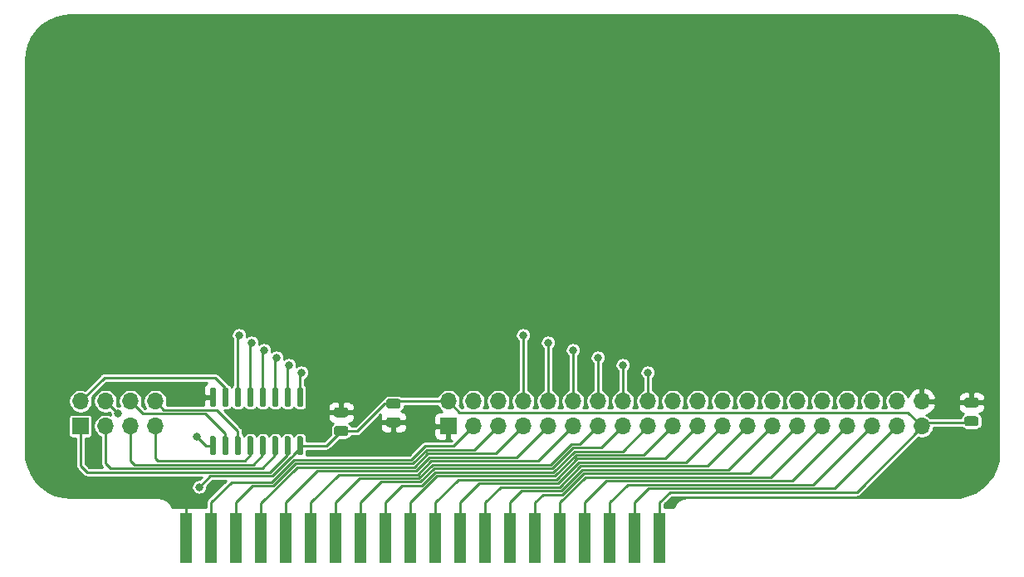
<source format=gbr>
G04 #@! TF.GenerationSoftware,KiCad,Pcbnew,(5.1.9-0-10_14)*
G04 #@! TF.CreationDate,2021-05-05T16:14:37-05:00*
G04 #@! TF.ProjectId,Prototype Card,50726f74-6f74-4797-9065-20436172642e,1.1*
G04 #@! TF.SameCoordinates,Original*
G04 #@! TF.FileFunction,Copper,L1,Top*
G04 #@! TF.FilePolarity,Positive*
%FSLAX46Y46*%
G04 Gerber Fmt 4.6, Leading zero omitted, Abs format (unit mm)*
G04 Created by KiCad (PCBNEW (5.1.9-0-10_14)) date 2021-05-05 16:14:37*
%MOMM*%
%LPD*%
G01*
G04 APERTURE LIST*
G04 #@! TA.AperFunction,SMDPad,CuDef*
%ADD10R,1.270000X5.080000*%
G04 #@! TD*
G04 #@! TA.AperFunction,ComponentPad*
%ADD11R,1.700000X1.700000*%
G04 #@! TD*
G04 #@! TA.AperFunction,ComponentPad*
%ADD12O,1.700000X1.700000*%
G04 #@! TD*
G04 #@! TA.AperFunction,ViaPad*
%ADD13C,0.800000*%
G04 #@! TD*
G04 #@! TA.AperFunction,Conductor*
%ADD14C,0.250000*%
G04 #@! TD*
G04 #@! TA.AperFunction,Conductor*
%ADD15C,0.254000*%
G04 #@! TD*
G04 #@! TA.AperFunction,Conductor*
%ADD16C,0.100000*%
G04 #@! TD*
G04 APERTURE END LIST*
D10*
X163550000Y-129950000D03*
X161010000Y-129950000D03*
X158470000Y-129950000D03*
X155930000Y-129950000D03*
X153390000Y-129950000D03*
X150850000Y-129950000D03*
X148310000Y-129950000D03*
X145770000Y-129950000D03*
X143230000Y-129950000D03*
X140690000Y-129950000D03*
X138150000Y-129950000D03*
X135610000Y-129950000D03*
X133070000Y-129950000D03*
X130530000Y-129950000D03*
X127990000Y-129950000D03*
X125450000Y-129950000D03*
X122910000Y-129950000D03*
X120370000Y-129950000D03*
X117830000Y-129950000D03*
X115290000Y-129950000D03*
G04 #@! TA.AperFunction,SMDPad,CuDef*
G36*
G01*
X194851000Y-115600000D02*
X195801000Y-115600000D01*
G75*
G02*
X196051000Y-115850000I0J-250000D01*
G01*
X196051000Y-116350000D01*
G75*
G02*
X195801000Y-116600000I-250000J0D01*
G01*
X194851000Y-116600000D01*
G75*
G02*
X194601000Y-116350000I0J250000D01*
G01*
X194601000Y-115850000D01*
G75*
G02*
X194851000Y-115600000I250000J0D01*
G01*
G37*
G04 #@! TD.AperFunction*
G04 #@! TA.AperFunction,SMDPad,CuDef*
G36*
G01*
X194851000Y-117500000D02*
X195801000Y-117500000D01*
G75*
G02*
X196051000Y-117750000I0J-250000D01*
G01*
X196051000Y-118250000D01*
G75*
G02*
X195801000Y-118500000I-250000J0D01*
G01*
X194851000Y-118500000D01*
G75*
G02*
X194601000Y-118250000I0J250000D01*
G01*
X194601000Y-117750000D01*
G75*
G02*
X194851000Y-117500000I250000J0D01*
G01*
G37*
G04 #@! TD.AperFunction*
G04 #@! TA.AperFunction,SMDPad,CuDef*
G36*
G01*
X131539000Y-119500000D02*
X130589000Y-119500000D01*
G75*
G02*
X130339000Y-119250000I0J250000D01*
G01*
X130339000Y-118750000D01*
G75*
G02*
X130589000Y-118500000I250000J0D01*
G01*
X131539000Y-118500000D01*
G75*
G02*
X131789000Y-118750000I0J-250000D01*
G01*
X131789000Y-119250000D01*
G75*
G02*
X131539000Y-119500000I-250000J0D01*
G01*
G37*
G04 #@! TD.AperFunction*
G04 #@! TA.AperFunction,SMDPad,CuDef*
G36*
G01*
X131539000Y-117600000D02*
X130589000Y-117600000D01*
G75*
G02*
X130339000Y-117350000I0J250000D01*
G01*
X130339000Y-116850000D01*
G75*
G02*
X130589000Y-116600000I250000J0D01*
G01*
X131539000Y-116600000D01*
G75*
G02*
X131789000Y-116850000I0J-250000D01*
G01*
X131789000Y-117350000D01*
G75*
G02*
X131539000Y-117600000I-250000J0D01*
G01*
G37*
G04 #@! TD.AperFunction*
G04 #@! TA.AperFunction,SMDPad,CuDef*
G36*
G01*
X135923000Y-117610000D02*
X136873000Y-117610000D01*
G75*
G02*
X137123000Y-117860000I0J-250000D01*
G01*
X137123000Y-118360000D01*
G75*
G02*
X136873000Y-118610000I-250000J0D01*
G01*
X135923000Y-118610000D01*
G75*
G02*
X135673000Y-118360000I0J250000D01*
G01*
X135673000Y-117860000D01*
G75*
G02*
X135923000Y-117610000I250000J0D01*
G01*
G37*
G04 #@! TD.AperFunction*
G04 #@! TA.AperFunction,SMDPad,CuDef*
G36*
G01*
X135923000Y-115710000D02*
X136873000Y-115710000D01*
G75*
G02*
X137123000Y-115960000I0J-250000D01*
G01*
X137123000Y-116460000D01*
G75*
G02*
X136873000Y-116710000I-250000J0D01*
G01*
X135923000Y-116710000D01*
G75*
G02*
X135673000Y-116460000I0J250000D01*
G01*
X135673000Y-115960000D01*
G75*
G02*
X135923000Y-115710000I250000J0D01*
G01*
G37*
G04 #@! TD.AperFunction*
D11*
X142000000Y-118500000D03*
D12*
X142000000Y-115960000D03*
X144540000Y-118500000D03*
X144540000Y-115960000D03*
X147080000Y-118500000D03*
X147080000Y-115960000D03*
X149620000Y-118500000D03*
X149620000Y-115960000D03*
X152160000Y-118500000D03*
X152160000Y-115960000D03*
X154700000Y-118500000D03*
X154700000Y-115960000D03*
X157240000Y-118500000D03*
X157240000Y-115960000D03*
X159780000Y-118500000D03*
X159780000Y-115960000D03*
X162320000Y-118500000D03*
X162320000Y-115960000D03*
X164860000Y-118500000D03*
X164860000Y-115960000D03*
X167400000Y-118500000D03*
X167400000Y-115960000D03*
X169940000Y-118500000D03*
X169940000Y-115960000D03*
X172480000Y-118500000D03*
X172480000Y-115960000D03*
X175020000Y-118500000D03*
X175020000Y-115960000D03*
X177560000Y-118500000D03*
X177560000Y-115960000D03*
X180100000Y-118500000D03*
X180100000Y-115960000D03*
X182640000Y-118500000D03*
X182640000Y-115960000D03*
X185180000Y-118500000D03*
X185180000Y-115960000D03*
X187720000Y-118500000D03*
X187720000Y-115960000D03*
X190260000Y-118500000D03*
X190260000Y-115960000D03*
D11*
X104500000Y-118500000D03*
D12*
X104500000Y-115960000D03*
X107040000Y-118500000D03*
X107040000Y-115960000D03*
X109580000Y-118500000D03*
X109580000Y-115960000D03*
X112120000Y-118500000D03*
X112120000Y-115960000D03*
G04 #@! TA.AperFunction,SMDPad,CuDef*
G36*
G01*
X126740000Y-114575000D02*
X127040000Y-114575000D01*
G75*
G02*
X127190000Y-114725000I0J-150000D01*
G01*
X127190000Y-116375000D01*
G75*
G02*
X127040000Y-116525000I-150000J0D01*
G01*
X126740000Y-116525000D01*
G75*
G02*
X126590000Y-116375000I0J150000D01*
G01*
X126590000Y-114725000D01*
G75*
G02*
X126740000Y-114575000I150000J0D01*
G01*
G37*
G04 #@! TD.AperFunction*
G04 #@! TA.AperFunction,SMDPad,CuDef*
G36*
G01*
X125470000Y-114575000D02*
X125770000Y-114575000D01*
G75*
G02*
X125920000Y-114725000I0J-150000D01*
G01*
X125920000Y-116375000D01*
G75*
G02*
X125770000Y-116525000I-150000J0D01*
G01*
X125470000Y-116525000D01*
G75*
G02*
X125320000Y-116375000I0J150000D01*
G01*
X125320000Y-114725000D01*
G75*
G02*
X125470000Y-114575000I150000J0D01*
G01*
G37*
G04 #@! TD.AperFunction*
G04 #@! TA.AperFunction,SMDPad,CuDef*
G36*
G01*
X124200000Y-114575000D02*
X124500000Y-114575000D01*
G75*
G02*
X124650000Y-114725000I0J-150000D01*
G01*
X124650000Y-116375000D01*
G75*
G02*
X124500000Y-116525000I-150000J0D01*
G01*
X124200000Y-116525000D01*
G75*
G02*
X124050000Y-116375000I0J150000D01*
G01*
X124050000Y-114725000D01*
G75*
G02*
X124200000Y-114575000I150000J0D01*
G01*
G37*
G04 #@! TD.AperFunction*
G04 #@! TA.AperFunction,SMDPad,CuDef*
G36*
G01*
X122930000Y-114575000D02*
X123230000Y-114575000D01*
G75*
G02*
X123380000Y-114725000I0J-150000D01*
G01*
X123380000Y-116375000D01*
G75*
G02*
X123230000Y-116525000I-150000J0D01*
G01*
X122930000Y-116525000D01*
G75*
G02*
X122780000Y-116375000I0J150000D01*
G01*
X122780000Y-114725000D01*
G75*
G02*
X122930000Y-114575000I150000J0D01*
G01*
G37*
G04 #@! TD.AperFunction*
G04 #@! TA.AperFunction,SMDPad,CuDef*
G36*
G01*
X121660000Y-114575000D02*
X121960000Y-114575000D01*
G75*
G02*
X122110000Y-114725000I0J-150000D01*
G01*
X122110000Y-116375000D01*
G75*
G02*
X121960000Y-116525000I-150000J0D01*
G01*
X121660000Y-116525000D01*
G75*
G02*
X121510000Y-116375000I0J150000D01*
G01*
X121510000Y-114725000D01*
G75*
G02*
X121660000Y-114575000I150000J0D01*
G01*
G37*
G04 #@! TD.AperFunction*
G04 #@! TA.AperFunction,SMDPad,CuDef*
G36*
G01*
X120390000Y-114575000D02*
X120690000Y-114575000D01*
G75*
G02*
X120840000Y-114725000I0J-150000D01*
G01*
X120840000Y-116375000D01*
G75*
G02*
X120690000Y-116525000I-150000J0D01*
G01*
X120390000Y-116525000D01*
G75*
G02*
X120240000Y-116375000I0J150000D01*
G01*
X120240000Y-114725000D01*
G75*
G02*
X120390000Y-114575000I150000J0D01*
G01*
G37*
G04 #@! TD.AperFunction*
G04 #@! TA.AperFunction,SMDPad,CuDef*
G36*
G01*
X119120000Y-114575000D02*
X119420000Y-114575000D01*
G75*
G02*
X119570000Y-114725000I0J-150000D01*
G01*
X119570000Y-116375000D01*
G75*
G02*
X119420000Y-116525000I-150000J0D01*
G01*
X119120000Y-116525000D01*
G75*
G02*
X118970000Y-116375000I0J150000D01*
G01*
X118970000Y-114725000D01*
G75*
G02*
X119120000Y-114575000I150000J0D01*
G01*
G37*
G04 #@! TD.AperFunction*
G04 #@! TA.AperFunction,SMDPad,CuDef*
G36*
G01*
X117850000Y-114575000D02*
X118150000Y-114575000D01*
G75*
G02*
X118300000Y-114725000I0J-150000D01*
G01*
X118300000Y-116375000D01*
G75*
G02*
X118150000Y-116525000I-150000J0D01*
G01*
X117850000Y-116525000D01*
G75*
G02*
X117700000Y-116375000I0J150000D01*
G01*
X117700000Y-114725000D01*
G75*
G02*
X117850000Y-114575000I150000J0D01*
G01*
G37*
G04 #@! TD.AperFunction*
G04 #@! TA.AperFunction,SMDPad,CuDef*
G36*
G01*
X117850000Y-119525000D02*
X118150000Y-119525000D01*
G75*
G02*
X118300000Y-119675000I0J-150000D01*
G01*
X118300000Y-121325000D01*
G75*
G02*
X118150000Y-121475000I-150000J0D01*
G01*
X117850000Y-121475000D01*
G75*
G02*
X117700000Y-121325000I0J150000D01*
G01*
X117700000Y-119675000D01*
G75*
G02*
X117850000Y-119525000I150000J0D01*
G01*
G37*
G04 #@! TD.AperFunction*
G04 #@! TA.AperFunction,SMDPad,CuDef*
G36*
G01*
X119120000Y-119525000D02*
X119420000Y-119525000D01*
G75*
G02*
X119570000Y-119675000I0J-150000D01*
G01*
X119570000Y-121325000D01*
G75*
G02*
X119420000Y-121475000I-150000J0D01*
G01*
X119120000Y-121475000D01*
G75*
G02*
X118970000Y-121325000I0J150000D01*
G01*
X118970000Y-119675000D01*
G75*
G02*
X119120000Y-119525000I150000J0D01*
G01*
G37*
G04 #@! TD.AperFunction*
G04 #@! TA.AperFunction,SMDPad,CuDef*
G36*
G01*
X120390000Y-119525000D02*
X120690000Y-119525000D01*
G75*
G02*
X120840000Y-119675000I0J-150000D01*
G01*
X120840000Y-121325000D01*
G75*
G02*
X120690000Y-121475000I-150000J0D01*
G01*
X120390000Y-121475000D01*
G75*
G02*
X120240000Y-121325000I0J150000D01*
G01*
X120240000Y-119675000D01*
G75*
G02*
X120390000Y-119525000I150000J0D01*
G01*
G37*
G04 #@! TD.AperFunction*
G04 #@! TA.AperFunction,SMDPad,CuDef*
G36*
G01*
X121660000Y-119525000D02*
X121960000Y-119525000D01*
G75*
G02*
X122110000Y-119675000I0J-150000D01*
G01*
X122110000Y-121325000D01*
G75*
G02*
X121960000Y-121475000I-150000J0D01*
G01*
X121660000Y-121475000D01*
G75*
G02*
X121510000Y-121325000I0J150000D01*
G01*
X121510000Y-119675000D01*
G75*
G02*
X121660000Y-119525000I150000J0D01*
G01*
G37*
G04 #@! TD.AperFunction*
G04 #@! TA.AperFunction,SMDPad,CuDef*
G36*
G01*
X122930000Y-119525000D02*
X123230000Y-119525000D01*
G75*
G02*
X123380000Y-119675000I0J-150000D01*
G01*
X123380000Y-121325000D01*
G75*
G02*
X123230000Y-121475000I-150000J0D01*
G01*
X122930000Y-121475000D01*
G75*
G02*
X122780000Y-121325000I0J150000D01*
G01*
X122780000Y-119675000D01*
G75*
G02*
X122930000Y-119525000I150000J0D01*
G01*
G37*
G04 #@! TD.AperFunction*
G04 #@! TA.AperFunction,SMDPad,CuDef*
G36*
G01*
X124200000Y-119525000D02*
X124500000Y-119525000D01*
G75*
G02*
X124650000Y-119675000I0J-150000D01*
G01*
X124650000Y-121325000D01*
G75*
G02*
X124500000Y-121475000I-150000J0D01*
G01*
X124200000Y-121475000D01*
G75*
G02*
X124050000Y-121325000I0J150000D01*
G01*
X124050000Y-119675000D01*
G75*
G02*
X124200000Y-119525000I150000J0D01*
G01*
G37*
G04 #@! TD.AperFunction*
G04 #@! TA.AperFunction,SMDPad,CuDef*
G36*
G01*
X125470000Y-119525000D02*
X125770000Y-119525000D01*
G75*
G02*
X125920000Y-119675000I0J-150000D01*
G01*
X125920000Y-121325000D01*
G75*
G02*
X125770000Y-121475000I-150000J0D01*
G01*
X125470000Y-121475000D01*
G75*
G02*
X125320000Y-121325000I0J150000D01*
G01*
X125320000Y-119675000D01*
G75*
G02*
X125470000Y-119525000I150000J0D01*
G01*
G37*
G04 #@! TD.AperFunction*
G04 #@! TA.AperFunction,SMDPad,CuDef*
G36*
G01*
X126740000Y-119525000D02*
X127040000Y-119525000D01*
G75*
G02*
X127190000Y-119675000I0J-150000D01*
G01*
X127190000Y-121325000D01*
G75*
G02*
X127040000Y-121475000I-150000J0D01*
G01*
X126740000Y-121475000D01*
G75*
G02*
X126590000Y-121325000I0J150000D01*
G01*
X126590000Y-119675000D01*
G75*
G02*
X126740000Y-119525000I150000J0D01*
G01*
G37*
G04 #@! TD.AperFunction*
D13*
X115570000Y-114871500D03*
X116078000Y-95377000D03*
X136144000Y-95250000D03*
X160528000Y-95123000D03*
X183007000Y-95250000D03*
X191770000Y-121158000D03*
X133096000Y-114554000D03*
X102997000Y-121285000D03*
X116586000Y-124714000D03*
X120650000Y-109220000D03*
X149606000Y-109220000D03*
X121919998Y-109982000D03*
X152146000Y-109982000D03*
X123190000Y-110744000D03*
X154686000Y-110744000D03*
X124460000Y-111506000D03*
X157226000Y-111506000D03*
X125730000Y-112268000D03*
X159766000Y-112268000D03*
X127000000Y-113030000D03*
X162306000Y-113030000D03*
X108330999Y-117221001D03*
X116386995Y-119579005D03*
D14*
X115290000Y-129950000D02*
X115290000Y-125248000D01*
X117980000Y-115570000D02*
X118000000Y-115550000D01*
X116268500Y-115570000D02*
X117980000Y-115570000D01*
X115570000Y-114871500D02*
X116268500Y-115570000D01*
X136648000Y-115960000D02*
X136398000Y-116210000D01*
X142000000Y-115960000D02*
X136648000Y-115960000D01*
X135504000Y-116210000D02*
X136398000Y-116210000D01*
X132714000Y-119000000D02*
X135504000Y-116210000D01*
X131064000Y-119000000D02*
X132714000Y-119000000D01*
X129564000Y-120500000D02*
X131064000Y-119000000D01*
X126890000Y-120500000D02*
X129564000Y-120500000D01*
X190650000Y-118110000D02*
X190260000Y-118500000D01*
X195216000Y-118110000D02*
X190650000Y-118110000D01*
X195326000Y-118000000D02*
X195216000Y-118110000D01*
X188854000Y-117094000D02*
X190260000Y-118500000D01*
X143134000Y-117094000D02*
X188854000Y-117094000D01*
X142000000Y-115960000D02*
X143134000Y-117094000D01*
X190260000Y-118604000D02*
X190260000Y-118500000D01*
X183642000Y-125222000D02*
X190260000Y-118604000D01*
X163550000Y-126264000D02*
X164592000Y-125222000D01*
X164592000Y-125222000D02*
X183642000Y-125222000D01*
X163550000Y-129950000D02*
X163550000Y-126264000D01*
X124085764Y-123571000D02*
X117729000Y-123571000D01*
X125929754Y-121727010D02*
X124085764Y-123571000D01*
X125936518Y-121727010D02*
X125929754Y-121727010D01*
X126172010Y-121491518D02*
X125936518Y-121727010D01*
X126172010Y-121484754D02*
X126172010Y-121491518D01*
X126890000Y-120766764D02*
X126172010Y-121484754D01*
X117729000Y-123571000D02*
X116586000Y-124714000D01*
X126890000Y-120500000D02*
X126890000Y-120766764D01*
X117830000Y-126264000D02*
X117830000Y-129950000D01*
X126268720Y-121927982D02*
X123998682Y-124198020D01*
X123998682Y-124198020D02*
X119895980Y-124198020D01*
X139625608Y-120523000D02*
X138220628Y-121927980D01*
X119895980Y-124198020D02*
X117830000Y-126264000D01*
X142517000Y-120523000D02*
X139625608Y-120523000D01*
X138220628Y-121927980D02*
X126268720Y-121927982D01*
X144540000Y-118500000D02*
X142517000Y-120523000D01*
X120370000Y-126264000D02*
X120370000Y-129950000D01*
X122058969Y-124575031D02*
X120370000Y-126264000D01*
X124154845Y-124575031D02*
X122058969Y-124575031D01*
X139777782Y-120904000D02*
X138376791Y-122304991D01*
X144676000Y-120904000D02*
X139777782Y-120904000D01*
X147080000Y-118500000D02*
X144676000Y-120904000D01*
X126424884Y-122304992D02*
X124154845Y-124575031D01*
X138376791Y-122304991D02*
X126424884Y-122304992D01*
X122910000Y-126391000D02*
X122910000Y-129950000D01*
X138532954Y-122682002D02*
X126618998Y-122682002D01*
X126618998Y-122682002D02*
X122910000Y-126391000D01*
X139929956Y-121285000D02*
X138532954Y-122682002D01*
X146835000Y-121285000D02*
X139929956Y-121285000D01*
X149620000Y-118500000D02*
X146835000Y-121285000D01*
X125450000Y-126264000D02*
X125450000Y-129950000D01*
X148994000Y-121666000D02*
X140082130Y-121666000D01*
X138689119Y-123059011D02*
X128654989Y-123059011D01*
X140082130Y-121666000D02*
X138689119Y-123059011D01*
X128654989Y-123059011D02*
X125450000Y-126264000D01*
X152160000Y-118500000D02*
X148994000Y-121666000D01*
X127990000Y-126264000D02*
X127990000Y-129950000D01*
X130817978Y-123436022D02*
X127990000Y-126264000D01*
X138845282Y-123436022D02*
X130817978Y-123436022D01*
X140234304Y-122047000D02*
X138845282Y-123436022D01*
X151153000Y-122047000D02*
X140234304Y-122047000D01*
X154700000Y-118500000D02*
X151153000Y-122047000D01*
X130530000Y-126264000D02*
X130530000Y-129950000D01*
X132980967Y-123813033D02*
X130530000Y-126264000D01*
X152427436Y-122428000D02*
X140386478Y-122428000D01*
X154542546Y-120312890D02*
X152427436Y-122428000D01*
X155404110Y-120312890D02*
X154542546Y-120312890D01*
X157217000Y-118500000D02*
X155404110Y-120312890D01*
X139001445Y-123813033D02*
X132980967Y-123813033D01*
X140386478Y-122428000D02*
X139001445Y-123813033D01*
X157240000Y-118500000D02*
X157217000Y-118500000D01*
X133070000Y-126264000D02*
X133070000Y-129950000D01*
X135143956Y-124190044D02*
X133070000Y-126264000D01*
X139157608Y-124190044D02*
X135143956Y-124190044D01*
X152579610Y-122809000D02*
X140538652Y-122809000D01*
X159780000Y-118500000D02*
X157590100Y-120689900D01*
X154698710Y-120689900D02*
X152579610Y-122809000D01*
X157590100Y-120689900D02*
X154698710Y-120689900D01*
X140538652Y-122809000D02*
X139157608Y-124190044D01*
X137306945Y-124567055D02*
X135610000Y-126264000D01*
X139313771Y-124567055D02*
X137306945Y-124567055D01*
X135610000Y-126264000D02*
X135610000Y-129950000D01*
X140674867Y-123205959D02*
X139313771Y-124567055D01*
X154854874Y-121066910D02*
X152715825Y-123205959D01*
X152715825Y-123205959D02*
X140674867Y-123205959D01*
X159753090Y-121066910D02*
X154854874Y-121066910D01*
X162320000Y-118500000D02*
X159753090Y-121066910D01*
X140831030Y-123582970D02*
X138150000Y-126264000D01*
X152871988Y-123582970D02*
X140831030Y-123582970D01*
X155011038Y-121443920D02*
X152871988Y-123582970D01*
X138150000Y-126264000D02*
X138150000Y-129950000D01*
X161916081Y-121443919D02*
X155011038Y-121443920D01*
X164860000Y-118500000D02*
X161916081Y-121443919D01*
X155167202Y-121820930D02*
X153028151Y-123959981D01*
X167400000Y-118500000D02*
X164079070Y-121820930D01*
X142994019Y-123959981D02*
X140690000Y-126264000D01*
X153028151Y-123959981D02*
X142994019Y-123959981D01*
X140690000Y-126264000D02*
X140690000Y-127160000D01*
X164079070Y-121820930D02*
X155167202Y-121820930D01*
X140690000Y-127160000D02*
X140690000Y-129950000D01*
X143230000Y-126264000D02*
X143230000Y-129950000D01*
X153184314Y-124336990D02*
X145157010Y-124336990D01*
X166242062Y-122197938D02*
X155323365Y-122197939D01*
X145157010Y-124336990D02*
X143230000Y-126264000D01*
X155323365Y-122197939D02*
X153184314Y-124336990D01*
X169940000Y-118500000D02*
X166242062Y-122197938D01*
X145770000Y-126264000D02*
X145770000Y-129950000D01*
X168405051Y-122574949D02*
X155479529Y-122574949D01*
X147319999Y-124714001D02*
X145770000Y-126264000D01*
X153340477Y-124714001D02*
X147319999Y-124714001D01*
X172480000Y-118500000D02*
X168405051Y-122574949D01*
X155479529Y-122574949D02*
X153340477Y-124714001D01*
X148310000Y-126264000D02*
X148310000Y-129950000D01*
X149482989Y-125091011D02*
X148310000Y-126264000D01*
X155635692Y-122951960D02*
X153496641Y-125091011D01*
X153496641Y-125091011D02*
X149482989Y-125091011D01*
X170568040Y-122951960D02*
X155635692Y-122951960D01*
X175020000Y-118500000D02*
X170568040Y-122951960D01*
X151638000Y-125476000D02*
X150850000Y-126264000D01*
X155791857Y-123328969D02*
X153644826Y-125476000D01*
X153644826Y-125476000D02*
X151638000Y-125476000D01*
X172731032Y-123328968D02*
X155791857Y-123328969D01*
X150850000Y-126264000D02*
X150850000Y-129950000D01*
X177560000Y-118500000D02*
X172731032Y-123328968D01*
X155948021Y-123705979D02*
X153390000Y-126264000D01*
X174894021Y-123705979D02*
X155948021Y-123705979D01*
X180100000Y-118500000D02*
X174894021Y-123705979D01*
X153390000Y-126264000D02*
X153390000Y-129950000D01*
X158111010Y-124082990D02*
X155930000Y-126264000D01*
X177057010Y-124082990D02*
X158111010Y-124082990D01*
X182640000Y-118500000D02*
X177057010Y-124082990D01*
X155930000Y-126264000D02*
X155930000Y-129950000D01*
X158470000Y-126264000D02*
X158470000Y-129950000D01*
X160274000Y-124460000D02*
X158470000Y-126264000D01*
X179220000Y-124460000D02*
X160274000Y-124460000D01*
X185180000Y-118500000D02*
X179220000Y-124460000D01*
X161010000Y-126264000D02*
X161010000Y-129950000D01*
X162429010Y-124844990D02*
X161010000Y-126264000D01*
X181375010Y-124844990D02*
X162429010Y-124844990D01*
X187720000Y-118500000D02*
X181375010Y-124844990D01*
X120540000Y-115550000D02*
X120540000Y-109330000D01*
X120540000Y-109330000D02*
X120650000Y-109220000D01*
X149620000Y-109234000D02*
X149606000Y-109220000D01*
X149620000Y-115960000D02*
X149620000Y-109234000D01*
X121810000Y-115550000D02*
X121810000Y-110091998D01*
X121810000Y-110091998D02*
X121919998Y-109982000D01*
X152160000Y-109996000D02*
X152146000Y-109982000D01*
X152160000Y-115960000D02*
X152160000Y-109996000D01*
X123080000Y-110854000D02*
X123190000Y-110744000D01*
X123080000Y-115550000D02*
X123080000Y-110854000D01*
X154700000Y-110758000D02*
X154686000Y-110744000D01*
X154700000Y-115960000D02*
X154700000Y-110758000D01*
X124350000Y-111870000D02*
X124460000Y-111760000D01*
X124350000Y-115550000D02*
X124350000Y-111870000D01*
X157240000Y-111520000D02*
X157226000Y-111506000D01*
X157240000Y-115960000D02*
X157240000Y-111520000D01*
X125620000Y-112378000D02*
X125730000Y-112268000D01*
X125620000Y-115550000D02*
X125620000Y-112378000D01*
X159766000Y-115946000D02*
X159780000Y-115960000D01*
X159766000Y-112268000D02*
X159766000Y-115946000D01*
X126890000Y-113140000D02*
X127000000Y-113030000D01*
X126890000Y-115550000D02*
X126890000Y-113140000D01*
X162320000Y-113044000D02*
X162306000Y-113030000D01*
X162320000Y-115960000D02*
X162320000Y-113044000D01*
X104500000Y-122534004D02*
X104500000Y-118500000D01*
X105155996Y-123190000D02*
X104500000Y-122534004D01*
X123851304Y-123190000D02*
X105155996Y-123190000D01*
X125620000Y-121421304D02*
X123851304Y-123190000D01*
X125620000Y-120500000D02*
X125620000Y-121421304D01*
X119270000Y-114575000D02*
X119270000Y-115550000D01*
X106922000Y-113538000D02*
X118233000Y-113538000D01*
X118233000Y-113538000D02*
X119270000Y-114575000D01*
X104500000Y-115960000D02*
X106922000Y-113538000D01*
X107040000Y-122280000D02*
X107040000Y-118500000D01*
X107569000Y-122809000D02*
X107040000Y-122280000D01*
X124350000Y-121475000D02*
X123016000Y-122809000D01*
X123016000Y-122809000D02*
X107569000Y-122809000D01*
X124350000Y-120500000D02*
X124350000Y-121475000D01*
X108301001Y-117221001D02*
X108330999Y-117221001D01*
X107040000Y-115960000D02*
X108301001Y-117221001D01*
X117307990Y-120500000D02*
X116386995Y-119579005D01*
X118000000Y-120500000D02*
X117307990Y-120500000D01*
X109580000Y-122026000D02*
X109580000Y-118500000D01*
X109982000Y-122428000D02*
X109580000Y-122026000D01*
X122127000Y-122428000D02*
X109982000Y-122428000D01*
X123080000Y-121475000D02*
X122127000Y-122428000D01*
X123080000Y-120500000D02*
X123080000Y-121475000D01*
X119270000Y-119270000D02*
X119270000Y-120500000D01*
X117221000Y-117221000D02*
X119270000Y-119270000D01*
X110841000Y-117221000D02*
X117221000Y-117221000D01*
X109580000Y-115960000D02*
X110841000Y-117221000D01*
X112120000Y-118500000D02*
X112120000Y-121772002D01*
X112120000Y-121772002D02*
X112267998Y-121920000D01*
X112394998Y-122047000D02*
X112120000Y-121772002D01*
X121238000Y-122047000D02*
X112394998Y-122047000D01*
X121810000Y-121475000D02*
X121238000Y-122047000D01*
X121810000Y-120500000D02*
X121810000Y-121475000D01*
X118364000Y-116840000D02*
X120540000Y-119016000D01*
X120540000Y-119016000D02*
X120540000Y-120500000D01*
X113000000Y-116840000D02*
X118364000Y-116840000D01*
X112120000Y-115960000D02*
X113000000Y-116840000D01*
D15*
X194314346Y-76673794D02*
X195101873Y-76889238D01*
X195838816Y-77240741D01*
X196501860Y-77717187D01*
X197070056Y-78303519D01*
X197525438Y-78981200D01*
X197853619Y-79728816D01*
X198044970Y-80525851D01*
X198095101Y-81208506D01*
X198095100Y-121175515D01*
X198020906Y-122006846D01*
X197805462Y-122794374D01*
X197453959Y-123531316D01*
X196977513Y-124194360D01*
X196391181Y-124762556D01*
X195713500Y-125217938D01*
X194965884Y-125546119D01*
X194168849Y-125737470D01*
X193486208Y-125787600D01*
X166281159Y-125787600D01*
X166263511Y-125789338D01*
X166257321Y-125789295D01*
X166251679Y-125789848D01*
X166057582Y-125810249D01*
X166021496Y-125817656D01*
X165985392Y-125824544D01*
X165979967Y-125826181D01*
X165979961Y-125826183D01*
X165793527Y-125883894D01*
X165759600Y-125898155D01*
X165725487Y-125911938D01*
X165720481Y-125914599D01*
X165548804Y-126007424D01*
X165518237Y-126028042D01*
X165487506Y-126048152D01*
X165483112Y-126051734D01*
X165332734Y-126176138D01*
X165306764Y-126202289D01*
X165280516Y-126227994D01*
X165276907Y-126232356D01*
X165276901Y-126232362D01*
X165276897Y-126232369D01*
X165153552Y-126383604D01*
X165133178Y-126414269D01*
X165112399Y-126444616D01*
X165109705Y-126449598D01*
X165109702Y-126449602D01*
X165109702Y-126449603D01*
X165018077Y-126621925D01*
X165004049Y-126655960D01*
X164989559Y-126689768D01*
X164987882Y-126695183D01*
X164972539Y-126746000D01*
X164056000Y-126746000D01*
X164056000Y-126473591D01*
X164801592Y-125728000D01*
X183617154Y-125728000D01*
X183642000Y-125730447D01*
X183666846Y-125728000D01*
X183666854Y-125728000D01*
X183741193Y-125720678D01*
X183836575Y-125691745D01*
X183924479Y-125644759D01*
X184001527Y-125581527D01*
X184017376Y-125562215D01*
X189897373Y-119682219D01*
X189900931Y-119683693D01*
X190138757Y-119731000D01*
X190381243Y-119731000D01*
X190619069Y-119683693D01*
X190843097Y-119590898D01*
X191044717Y-119456180D01*
X191216180Y-119284717D01*
X191350898Y-119083097D01*
X191443693Y-118859069D01*
X191491000Y-118621243D01*
X191491000Y-118616000D01*
X194336637Y-118616000D01*
X194403512Y-118697488D01*
X194499411Y-118776190D01*
X194608821Y-118834671D01*
X194727538Y-118870683D01*
X194851000Y-118882843D01*
X195801000Y-118882843D01*
X195924462Y-118870683D01*
X196043179Y-118834671D01*
X196152589Y-118776190D01*
X196248488Y-118697488D01*
X196327190Y-118601589D01*
X196385671Y-118492179D01*
X196421683Y-118373462D01*
X196433843Y-118250000D01*
X196433843Y-117750000D01*
X196421683Y-117626538D01*
X196385671Y-117507821D01*
X196327190Y-117398411D01*
X196248488Y-117302512D01*
X196157220Y-117227611D01*
X196175482Y-117225812D01*
X196295180Y-117189502D01*
X196405494Y-117130537D01*
X196502185Y-117051185D01*
X196581537Y-116954494D01*
X196640502Y-116844180D01*
X196676812Y-116724482D01*
X196689072Y-116600000D01*
X196686000Y-116385750D01*
X196527250Y-116227000D01*
X195453000Y-116227000D01*
X195453000Y-116247000D01*
X195199000Y-116247000D01*
X195199000Y-116227000D01*
X194124750Y-116227000D01*
X193966000Y-116385750D01*
X193962928Y-116600000D01*
X193975188Y-116724482D01*
X194011498Y-116844180D01*
X194070463Y-116954494D01*
X194149815Y-117051185D01*
X194246506Y-117130537D01*
X194356820Y-117189502D01*
X194476518Y-117225812D01*
X194494780Y-117227611D01*
X194403512Y-117302512D01*
X194324810Y-117398411D01*
X194266329Y-117507821D01*
X194237154Y-117604000D01*
X191104897Y-117604000D01*
X191044717Y-117543820D01*
X190843097Y-117409102D01*
X190736846Y-117365091D01*
X190764099Y-117356825D01*
X191026920Y-117231641D01*
X191260269Y-117057588D01*
X191455178Y-116841355D01*
X191604157Y-116591252D01*
X191701481Y-116316891D01*
X191580814Y-116087000D01*
X190387000Y-116087000D01*
X190387000Y-116107000D01*
X190133000Y-116107000D01*
X190133000Y-116087000D01*
X190113000Y-116087000D01*
X190113000Y-115833000D01*
X190133000Y-115833000D01*
X190133000Y-114639845D01*
X190387000Y-114639845D01*
X190387000Y-115833000D01*
X191580814Y-115833000D01*
X191701481Y-115603109D01*
X191700379Y-115600000D01*
X193962928Y-115600000D01*
X193966000Y-115814250D01*
X194124750Y-115973000D01*
X195199000Y-115973000D01*
X195199000Y-115123750D01*
X195453000Y-115123750D01*
X195453000Y-115973000D01*
X196527250Y-115973000D01*
X196686000Y-115814250D01*
X196689072Y-115600000D01*
X196676812Y-115475518D01*
X196640502Y-115355820D01*
X196581537Y-115245506D01*
X196502185Y-115148815D01*
X196405494Y-115069463D01*
X196295180Y-115010498D01*
X196175482Y-114974188D01*
X196051000Y-114961928D01*
X195611750Y-114965000D01*
X195453000Y-115123750D01*
X195199000Y-115123750D01*
X195040250Y-114965000D01*
X194601000Y-114961928D01*
X194476518Y-114974188D01*
X194356820Y-115010498D01*
X194246506Y-115069463D01*
X194149815Y-115148815D01*
X194070463Y-115245506D01*
X194011498Y-115355820D01*
X193975188Y-115475518D01*
X193962928Y-115600000D01*
X191700379Y-115600000D01*
X191604157Y-115328748D01*
X191455178Y-115078645D01*
X191260269Y-114862412D01*
X191026920Y-114688359D01*
X190764099Y-114563175D01*
X190616890Y-114518524D01*
X190387000Y-114639845D01*
X190133000Y-114639845D01*
X189903110Y-114518524D01*
X189755901Y-114563175D01*
X189493080Y-114688359D01*
X189259731Y-114862412D01*
X189064822Y-115078645D01*
X188915843Y-115328748D01*
X188858228Y-115491168D01*
X188810898Y-115376903D01*
X188676180Y-115175283D01*
X188504717Y-115003820D01*
X188303097Y-114869102D01*
X188079069Y-114776307D01*
X187841243Y-114729000D01*
X187598757Y-114729000D01*
X187360931Y-114776307D01*
X187136903Y-114869102D01*
X186935283Y-115003820D01*
X186763820Y-115175283D01*
X186629102Y-115376903D01*
X186536307Y-115600931D01*
X186489000Y-115838757D01*
X186489000Y-116081243D01*
X186536307Y-116319069D01*
X186629102Y-116543097D01*
X186659105Y-116588000D01*
X186240895Y-116588000D01*
X186270898Y-116543097D01*
X186363693Y-116319069D01*
X186411000Y-116081243D01*
X186411000Y-115838757D01*
X186363693Y-115600931D01*
X186270898Y-115376903D01*
X186136180Y-115175283D01*
X185964717Y-115003820D01*
X185763097Y-114869102D01*
X185539069Y-114776307D01*
X185301243Y-114729000D01*
X185058757Y-114729000D01*
X184820931Y-114776307D01*
X184596903Y-114869102D01*
X184395283Y-115003820D01*
X184223820Y-115175283D01*
X184089102Y-115376903D01*
X183996307Y-115600931D01*
X183949000Y-115838757D01*
X183949000Y-116081243D01*
X183996307Y-116319069D01*
X184089102Y-116543097D01*
X184119105Y-116588000D01*
X183700895Y-116588000D01*
X183730898Y-116543097D01*
X183823693Y-116319069D01*
X183871000Y-116081243D01*
X183871000Y-115838757D01*
X183823693Y-115600931D01*
X183730898Y-115376903D01*
X183596180Y-115175283D01*
X183424717Y-115003820D01*
X183223097Y-114869102D01*
X182999069Y-114776307D01*
X182761243Y-114729000D01*
X182518757Y-114729000D01*
X182280931Y-114776307D01*
X182056903Y-114869102D01*
X181855283Y-115003820D01*
X181683820Y-115175283D01*
X181549102Y-115376903D01*
X181456307Y-115600931D01*
X181409000Y-115838757D01*
X181409000Y-116081243D01*
X181456307Y-116319069D01*
X181549102Y-116543097D01*
X181579105Y-116588000D01*
X181160895Y-116588000D01*
X181190898Y-116543097D01*
X181283693Y-116319069D01*
X181331000Y-116081243D01*
X181331000Y-115838757D01*
X181283693Y-115600931D01*
X181190898Y-115376903D01*
X181056180Y-115175283D01*
X180884717Y-115003820D01*
X180683097Y-114869102D01*
X180459069Y-114776307D01*
X180221243Y-114729000D01*
X179978757Y-114729000D01*
X179740931Y-114776307D01*
X179516903Y-114869102D01*
X179315283Y-115003820D01*
X179143820Y-115175283D01*
X179009102Y-115376903D01*
X178916307Y-115600931D01*
X178869000Y-115838757D01*
X178869000Y-116081243D01*
X178916307Y-116319069D01*
X179009102Y-116543097D01*
X179039105Y-116588000D01*
X178620895Y-116588000D01*
X178650898Y-116543097D01*
X178743693Y-116319069D01*
X178791000Y-116081243D01*
X178791000Y-115838757D01*
X178743693Y-115600931D01*
X178650898Y-115376903D01*
X178516180Y-115175283D01*
X178344717Y-115003820D01*
X178143097Y-114869102D01*
X177919069Y-114776307D01*
X177681243Y-114729000D01*
X177438757Y-114729000D01*
X177200931Y-114776307D01*
X176976903Y-114869102D01*
X176775283Y-115003820D01*
X176603820Y-115175283D01*
X176469102Y-115376903D01*
X176376307Y-115600931D01*
X176329000Y-115838757D01*
X176329000Y-116081243D01*
X176376307Y-116319069D01*
X176469102Y-116543097D01*
X176499105Y-116588000D01*
X176080895Y-116588000D01*
X176110898Y-116543097D01*
X176203693Y-116319069D01*
X176251000Y-116081243D01*
X176251000Y-115838757D01*
X176203693Y-115600931D01*
X176110898Y-115376903D01*
X175976180Y-115175283D01*
X175804717Y-115003820D01*
X175603097Y-114869102D01*
X175379069Y-114776307D01*
X175141243Y-114729000D01*
X174898757Y-114729000D01*
X174660931Y-114776307D01*
X174436903Y-114869102D01*
X174235283Y-115003820D01*
X174063820Y-115175283D01*
X173929102Y-115376903D01*
X173836307Y-115600931D01*
X173789000Y-115838757D01*
X173789000Y-116081243D01*
X173836307Y-116319069D01*
X173929102Y-116543097D01*
X173959105Y-116588000D01*
X173540895Y-116588000D01*
X173570898Y-116543097D01*
X173663693Y-116319069D01*
X173711000Y-116081243D01*
X173711000Y-115838757D01*
X173663693Y-115600931D01*
X173570898Y-115376903D01*
X173436180Y-115175283D01*
X173264717Y-115003820D01*
X173063097Y-114869102D01*
X172839069Y-114776307D01*
X172601243Y-114729000D01*
X172358757Y-114729000D01*
X172120931Y-114776307D01*
X171896903Y-114869102D01*
X171695283Y-115003820D01*
X171523820Y-115175283D01*
X171389102Y-115376903D01*
X171296307Y-115600931D01*
X171249000Y-115838757D01*
X171249000Y-116081243D01*
X171296307Y-116319069D01*
X171389102Y-116543097D01*
X171419105Y-116588000D01*
X171000895Y-116588000D01*
X171030898Y-116543097D01*
X171123693Y-116319069D01*
X171171000Y-116081243D01*
X171171000Y-115838757D01*
X171123693Y-115600931D01*
X171030898Y-115376903D01*
X170896180Y-115175283D01*
X170724717Y-115003820D01*
X170523097Y-114869102D01*
X170299069Y-114776307D01*
X170061243Y-114729000D01*
X169818757Y-114729000D01*
X169580931Y-114776307D01*
X169356903Y-114869102D01*
X169155283Y-115003820D01*
X168983820Y-115175283D01*
X168849102Y-115376903D01*
X168756307Y-115600931D01*
X168709000Y-115838757D01*
X168709000Y-116081243D01*
X168756307Y-116319069D01*
X168849102Y-116543097D01*
X168879105Y-116588000D01*
X168460895Y-116588000D01*
X168490898Y-116543097D01*
X168583693Y-116319069D01*
X168631000Y-116081243D01*
X168631000Y-115838757D01*
X168583693Y-115600931D01*
X168490898Y-115376903D01*
X168356180Y-115175283D01*
X168184717Y-115003820D01*
X167983097Y-114869102D01*
X167759069Y-114776307D01*
X167521243Y-114729000D01*
X167278757Y-114729000D01*
X167040931Y-114776307D01*
X166816903Y-114869102D01*
X166615283Y-115003820D01*
X166443820Y-115175283D01*
X166309102Y-115376903D01*
X166216307Y-115600931D01*
X166169000Y-115838757D01*
X166169000Y-116081243D01*
X166216307Y-116319069D01*
X166309102Y-116543097D01*
X166339105Y-116588000D01*
X165920895Y-116588000D01*
X165950898Y-116543097D01*
X166043693Y-116319069D01*
X166091000Y-116081243D01*
X166091000Y-115838757D01*
X166043693Y-115600931D01*
X165950898Y-115376903D01*
X165816180Y-115175283D01*
X165644717Y-115003820D01*
X165443097Y-114869102D01*
X165219069Y-114776307D01*
X164981243Y-114729000D01*
X164738757Y-114729000D01*
X164500931Y-114776307D01*
X164276903Y-114869102D01*
X164075283Y-115003820D01*
X163903820Y-115175283D01*
X163769102Y-115376903D01*
X163676307Y-115600931D01*
X163629000Y-115838757D01*
X163629000Y-116081243D01*
X163676307Y-116319069D01*
X163769102Y-116543097D01*
X163799105Y-116588000D01*
X163380895Y-116588000D01*
X163410898Y-116543097D01*
X163503693Y-116319069D01*
X163551000Y-116081243D01*
X163551000Y-115838757D01*
X163503693Y-115600931D01*
X163410898Y-115376903D01*
X163276180Y-115175283D01*
X163104717Y-115003820D01*
X162903097Y-114869102D01*
X162826000Y-114837168D01*
X162826000Y-113614501D01*
X162912642Y-113527859D01*
X162998113Y-113399942D01*
X163056987Y-113257809D01*
X163087000Y-113106922D01*
X163087000Y-112953078D01*
X163056987Y-112802191D01*
X162998113Y-112660058D01*
X162912642Y-112532141D01*
X162803859Y-112423358D01*
X162675942Y-112337887D01*
X162533809Y-112279013D01*
X162382922Y-112249000D01*
X162229078Y-112249000D01*
X162078191Y-112279013D01*
X161936058Y-112337887D01*
X161808141Y-112423358D01*
X161699358Y-112532141D01*
X161613887Y-112660058D01*
X161555013Y-112802191D01*
X161525000Y-112953078D01*
X161525000Y-113106922D01*
X161555013Y-113257809D01*
X161613887Y-113399942D01*
X161699358Y-113527859D01*
X161808141Y-113636642D01*
X161814001Y-113640557D01*
X161814000Y-114837167D01*
X161736903Y-114869102D01*
X161535283Y-115003820D01*
X161363820Y-115175283D01*
X161229102Y-115376903D01*
X161136307Y-115600931D01*
X161089000Y-115838757D01*
X161089000Y-116081243D01*
X161136307Y-116319069D01*
X161229102Y-116543097D01*
X161259105Y-116588000D01*
X160840895Y-116588000D01*
X160870898Y-116543097D01*
X160963693Y-116319069D01*
X161011000Y-116081243D01*
X161011000Y-115838757D01*
X160963693Y-115600931D01*
X160870898Y-115376903D01*
X160736180Y-115175283D01*
X160564717Y-115003820D01*
X160363097Y-114869102D01*
X160272000Y-114831369D01*
X160272000Y-112866501D01*
X160372642Y-112765859D01*
X160458113Y-112637942D01*
X160516987Y-112495809D01*
X160547000Y-112344922D01*
X160547000Y-112191078D01*
X160516987Y-112040191D01*
X160458113Y-111898058D01*
X160372642Y-111770141D01*
X160263859Y-111661358D01*
X160135942Y-111575887D01*
X159993809Y-111517013D01*
X159842922Y-111487000D01*
X159689078Y-111487000D01*
X159538191Y-111517013D01*
X159396058Y-111575887D01*
X159268141Y-111661358D01*
X159159358Y-111770141D01*
X159073887Y-111898058D01*
X159015013Y-112040191D01*
X158985000Y-112191078D01*
X158985000Y-112344922D01*
X159015013Y-112495809D01*
X159073887Y-112637942D01*
X159159358Y-112765859D01*
X159260000Y-112866501D01*
X159260001Y-114842966D01*
X159196903Y-114869102D01*
X158995283Y-115003820D01*
X158823820Y-115175283D01*
X158689102Y-115376903D01*
X158596307Y-115600931D01*
X158549000Y-115838757D01*
X158549000Y-116081243D01*
X158596307Y-116319069D01*
X158689102Y-116543097D01*
X158719105Y-116588000D01*
X158300895Y-116588000D01*
X158330898Y-116543097D01*
X158423693Y-116319069D01*
X158471000Y-116081243D01*
X158471000Y-115838757D01*
X158423693Y-115600931D01*
X158330898Y-115376903D01*
X158196180Y-115175283D01*
X158024717Y-115003820D01*
X157823097Y-114869102D01*
X157746000Y-114837168D01*
X157746000Y-112090501D01*
X157832642Y-112003859D01*
X157918113Y-111875942D01*
X157976987Y-111733809D01*
X158007000Y-111582922D01*
X158007000Y-111429078D01*
X157976987Y-111278191D01*
X157918113Y-111136058D01*
X157832642Y-111008141D01*
X157723859Y-110899358D01*
X157595942Y-110813887D01*
X157453809Y-110755013D01*
X157302922Y-110725000D01*
X157149078Y-110725000D01*
X156998191Y-110755013D01*
X156856058Y-110813887D01*
X156728141Y-110899358D01*
X156619358Y-111008141D01*
X156533887Y-111136058D01*
X156475013Y-111278191D01*
X156445000Y-111429078D01*
X156445000Y-111582922D01*
X156475013Y-111733809D01*
X156533887Y-111875942D01*
X156619358Y-112003859D01*
X156728141Y-112112642D01*
X156734001Y-112116557D01*
X156734000Y-114837167D01*
X156656903Y-114869102D01*
X156455283Y-115003820D01*
X156283820Y-115175283D01*
X156149102Y-115376903D01*
X156056307Y-115600931D01*
X156009000Y-115838757D01*
X156009000Y-116081243D01*
X156056307Y-116319069D01*
X156149102Y-116543097D01*
X156179105Y-116588000D01*
X155760895Y-116588000D01*
X155790898Y-116543097D01*
X155883693Y-116319069D01*
X155931000Y-116081243D01*
X155931000Y-115838757D01*
X155883693Y-115600931D01*
X155790898Y-115376903D01*
X155656180Y-115175283D01*
X155484717Y-115003820D01*
X155283097Y-114869102D01*
X155206000Y-114837168D01*
X155206000Y-111328501D01*
X155292642Y-111241859D01*
X155378113Y-111113942D01*
X155436987Y-110971809D01*
X155467000Y-110820922D01*
X155467000Y-110667078D01*
X155436987Y-110516191D01*
X155378113Y-110374058D01*
X155292642Y-110246141D01*
X155183859Y-110137358D01*
X155055942Y-110051887D01*
X154913809Y-109993013D01*
X154762922Y-109963000D01*
X154609078Y-109963000D01*
X154458191Y-109993013D01*
X154316058Y-110051887D01*
X154188141Y-110137358D01*
X154079358Y-110246141D01*
X153993887Y-110374058D01*
X153935013Y-110516191D01*
X153905000Y-110667078D01*
X153905000Y-110820922D01*
X153935013Y-110971809D01*
X153993887Y-111113942D01*
X154079358Y-111241859D01*
X154188141Y-111350642D01*
X154194001Y-111354557D01*
X154194000Y-114837167D01*
X154116903Y-114869102D01*
X153915283Y-115003820D01*
X153743820Y-115175283D01*
X153609102Y-115376903D01*
X153516307Y-115600931D01*
X153469000Y-115838757D01*
X153469000Y-116081243D01*
X153516307Y-116319069D01*
X153609102Y-116543097D01*
X153639105Y-116588000D01*
X153220895Y-116588000D01*
X153250898Y-116543097D01*
X153343693Y-116319069D01*
X153391000Y-116081243D01*
X153391000Y-115838757D01*
X153343693Y-115600931D01*
X153250898Y-115376903D01*
X153116180Y-115175283D01*
X152944717Y-115003820D01*
X152743097Y-114869102D01*
X152666000Y-114837168D01*
X152666000Y-110566501D01*
X152752642Y-110479859D01*
X152838113Y-110351942D01*
X152896987Y-110209809D01*
X152927000Y-110058922D01*
X152927000Y-109905078D01*
X152896987Y-109754191D01*
X152838113Y-109612058D01*
X152752642Y-109484141D01*
X152643859Y-109375358D01*
X152515942Y-109289887D01*
X152373809Y-109231013D01*
X152222922Y-109201000D01*
X152069078Y-109201000D01*
X151918191Y-109231013D01*
X151776058Y-109289887D01*
X151648141Y-109375358D01*
X151539358Y-109484141D01*
X151453887Y-109612058D01*
X151395013Y-109754191D01*
X151365000Y-109905078D01*
X151365000Y-110058922D01*
X151395013Y-110209809D01*
X151453887Y-110351942D01*
X151539358Y-110479859D01*
X151648141Y-110588642D01*
X151654001Y-110592557D01*
X151654000Y-114837167D01*
X151576903Y-114869102D01*
X151375283Y-115003820D01*
X151203820Y-115175283D01*
X151069102Y-115376903D01*
X150976307Y-115600931D01*
X150929000Y-115838757D01*
X150929000Y-116081243D01*
X150976307Y-116319069D01*
X151069102Y-116543097D01*
X151099105Y-116588000D01*
X150680895Y-116588000D01*
X150710898Y-116543097D01*
X150803693Y-116319069D01*
X150851000Y-116081243D01*
X150851000Y-115838757D01*
X150803693Y-115600931D01*
X150710898Y-115376903D01*
X150576180Y-115175283D01*
X150404717Y-115003820D01*
X150203097Y-114869102D01*
X150126000Y-114837168D01*
X150126000Y-109804501D01*
X150212642Y-109717859D01*
X150298113Y-109589942D01*
X150356987Y-109447809D01*
X150387000Y-109296922D01*
X150387000Y-109143078D01*
X150356987Y-108992191D01*
X150298113Y-108850058D01*
X150212642Y-108722141D01*
X150103859Y-108613358D01*
X149975942Y-108527887D01*
X149833809Y-108469013D01*
X149682922Y-108439000D01*
X149529078Y-108439000D01*
X149378191Y-108469013D01*
X149236058Y-108527887D01*
X149108141Y-108613358D01*
X148999358Y-108722141D01*
X148913887Y-108850058D01*
X148855013Y-108992191D01*
X148825000Y-109143078D01*
X148825000Y-109296922D01*
X148855013Y-109447809D01*
X148913887Y-109589942D01*
X148999358Y-109717859D01*
X149108141Y-109826642D01*
X149114001Y-109830557D01*
X149114000Y-114837167D01*
X149036903Y-114869102D01*
X148835283Y-115003820D01*
X148663820Y-115175283D01*
X148529102Y-115376903D01*
X148436307Y-115600931D01*
X148389000Y-115838757D01*
X148389000Y-116081243D01*
X148436307Y-116319069D01*
X148529102Y-116543097D01*
X148559105Y-116588000D01*
X148140895Y-116588000D01*
X148170898Y-116543097D01*
X148263693Y-116319069D01*
X148311000Y-116081243D01*
X148311000Y-115838757D01*
X148263693Y-115600931D01*
X148170898Y-115376903D01*
X148036180Y-115175283D01*
X147864717Y-115003820D01*
X147663097Y-114869102D01*
X147439069Y-114776307D01*
X147201243Y-114729000D01*
X146958757Y-114729000D01*
X146720931Y-114776307D01*
X146496903Y-114869102D01*
X146295283Y-115003820D01*
X146123820Y-115175283D01*
X145989102Y-115376903D01*
X145896307Y-115600931D01*
X145849000Y-115838757D01*
X145849000Y-116081243D01*
X145896307Y-116319069D01*
X145989102Y-116543097D01*
X146019105Y-116588000D01*
X145600895Y-116588000D01*
X145630898Y-116543097D01*
X145723693Y-116319069D01*
X145771000Y-116081243D01*
X145771000Y-115838757D01*
X145723693Y-115600931D01*
X145630898Y-115376903D01*
X145496180Y-115175283D01*
X145324717Y-115003820D01*
X145123097Y-114869102D01*
X144899069Y-114776307D01*
X144661243Y-114729000D01*
X144418757Y-114729000D01*
X144180931Y-114776307D01*
X143956903Y-114869102D01*
X143755283Y-115003820D01*
X143583820Y-115175283D01*
X143449102Y-115376903D01*
X143356307Y-115600931D01*
X143309000Y-115838757D01*
X143309000Y-116081243D01*
X143356307Y-116319069D01*
X143449102Y-116543097D01*
X143479105Y-116588000D01*
X143343592Y-116588000D01*
X143151758Y-116396167D01*
X143183693Y-116319069D01*
X143231000Y-116081243D01*
X143231000Y-115838757D01*
X143183693Y-115600931D01*
X143090898Y-115376903D01*
X142956180Y-115175283D01*
X142784717Y-115003820D01*
X142583097Y-114869102D01*
X142359069Y-114776307D01*
X142121243Y-114729000D01*
X141878757Y-114729000D01*
X141640931Y-114776307D01*
X141416903Y-114869102D01*
X141215283Y-115003820D01*
X141043820Y-115175283D01*
X140909102Y-115376903D01*
X140877168Y-115454000D01*
X137249191Y-115454000D01*
X137224589Y-115433810D01*
X137115179Y-115375329D01*
X136996462Y-115339317D01*
X136873000Y-115327157D01*
X135923000Y-115327157D01*
X135799538Y-115339317D01*
X135680821Y-115375329D01*
X135571411Y-115433810D01*
X135475512Y-115512512D01*
X135396810Y-115608411D01*
X135338329Y-115717821D01*
X135333763Y-115732872D01*
X135309425Y-115740255D01*
X135221521Y-115787241D01*
X135144473Y-115850473D01*
X135128629Y-115869779D01*
X132504409Y-118494000D01*
X132116284Y-118494000D01*
X132065190Y-118398411D01*
X131986488Y-118302512D01*
X131895220Y-118227611D01*
X131913482Y-118225812D01*
X132033180Y-118189502D01*
X132143494Y-118130537D01*
X132240185Y-118051185D01*
X132319537Y-117954494D01*
X132378502Y-117844180D01*
X132414812Y-117724482D01*
X132427072Y-117600000D01*
X132424000Y-117385750D01*
X132265250Y-117227000D01*
X131191000Y-117227000D01*
X131191000Y-117247000D01*
X130937000Y-117247000D01*
X130937000Y-117227000D01*
X129862750Y-117227000D01*
X129704000Y-117385750D01*
X129700928Y-117600000D01*
X129713188Y-117724482D01*
X129749498Y-117844180D01*
X129808463Y-117954494D01*
X129887815Y-118051185D01*
X129984506Y-118130537D01*
X130094820Y-118189502D01*
X130214518Y-118225812D01*
X130232780Y-118227611D01*
X130141512Y-118302512D01*
X130062810Y-118398411D01*
X130004329Y-118507821D01*
X129968317Y-118626538D01*
X129956157Y-118750000D01*
X129956157Y-119250000D01*
X129968317Y-119373462D01*
X129969860Y-119378549D01*
X129354409Y-119994000D01*
X127572843Y-119994000D01*
X127572843Y-119675000D01*
X127562605Y-119571047D01*
X127532283Y-119471090D01*
X127483043Y-119378968D01*
X127416777Y-119298223D01*
X127336032Y-119231957D01*
X127243910Y-119182717D01*
X127143953Y-119152395D01*
X127040000Y-119142157D01*
X126740000Y-119142157D01*
X126636047Y-119152395D01*
X126536090Y-119182717D01*
X126443968Y-119231957D01*
X126363223Y-119298223D01*
X126296957Y-119378968D01*
X126255000Y-119457464D01*
X126213043Y-119378968D01*
X126146777Y-119298223D01*
X126066032Y-119231957D01*
X125973910Y-119182717D01*
X125873953Y-119152395D01*
X125770000Y-119142157D01*
X125470000Y-119142157D01*
X125366047Y-119152395D01*
X125266090Y-119182717D01*
X125173968Y-119231957D01*
X125093223Y-119298223D01*
X125026957Y-119378968D01*
X124985000Y-119457464D01*
X124943043Y-119378968D01*
X124876777Y-119298223D01*
X124796032Y-119231957D01*
X124703910Y-119182717D01*
X124603953Y-119152395D01*
X124500000Y-119142157D01*
X124200000Y-119142157D01*
X124096047Y-119152395D01*
X123996090Y-119182717D01*
X123903968Y-119231957D01*
X123823223Y-119298223D01*
X123756957Y-119378968D01*
X123715000Y-119457464D01*
X123673043Y-119378968D01*
X123606777Y-119298223D01*
X123526032Y-119231957D01*
X123433910Y-119182717D01*
X123333953Y-119152395D01*
X123230000Y-119142157D01*
X122930000Y-119142157D01*
X122826047Y-119152395D01*
X122726090Y-119182717D01*
X122633968Y-119231957D01*
X122553223Y-119298223D01*
X122486957Y-119378968D01*
X122445000Y-119457464D01*
X122403043Y-119378968D01*
X122336777Y-119298223D01*
X122256032Y-119231957D01*
X122163910Y-119182717D01*
X122063953Y-119152395D01*
X121960000Y-119142157D01*
X121660000Y-119142157D01*
X121556047Y-119152395D01*
X121456090Y-119182717D01*
X121363968Y-119231957D01*
X121283223Y-119298223D01*
X121216957Y-119378968D01*
X121175000Y-119457464D01*
X121133043Y-119378968D01*
X121066777Y-119298223D01*
X121046000Y-119281172D01*
X121046000Y-119040854D01*
X121048448Y-119016000D01*
X121038678Y-118916807D01*
X121009745Y-118821425D01*
X120997531Y-118798574D01*
X120962759Y-118733521D01*
X120899527Y-118656473D01*
X120880220Y-118640628D01*
X119147434Y-116907843D01*
X119420000Y-116907843D01*
X119523953Y-116897605D01*
X119623910Y-116867283D01*
X119716032Y-116818043D01*
X119796777Y-116751777D01*
X119863043Y-116671032D01*
X119905000Y-116592536D01*
X119946957Y-116671032D01*
X120013223Y-116751777D01*
X120093968Y-116818043D01*
X120186090Y-116867283D01*
X120286047Y-116897605D01*
X120390000Y-116907843D01*
X120690000Y-116907843D01*
X120793953Y-116897605D01*
X120893910Y-116867283D01*
X120986032Y-116818043D01*
X121066777Y-116751777D01*
X121133043Y-116671032D01*
X121175000Y-116592536D01*
X121216957Y-116671032D01*
X121283223Y-116751777D01*
X121363968Y-116818043D01*
X121456090Y-116867283D01*
X121556047Y-116897605D01*
X121660000Y-116907843D01*
X121960000Y-116907843D01*
X122063953Y-116897605D01*
X122163910Y-116867283D01*
X122256032Y-116818043D01*
X122336777Y-116751777D01*
X122403043Y-116671032D01*
X122445000Y-116592536D01*
X122486957Y-116671032D01*
X122553223Y-116751777D01*
X122633968Y-116818043D01*
X122726090Y-116867283D01*
X122826047Y-116897605D01*
X122930000Y-116907843D01*
X123230000Y-116907843D01*
X123333953Y-116897605D01*
X123433910Y-116867283D01*
X123526032Y-116818043D01*
X123606777Y-116751777D01*
X123673043Y-116671032D01*
X123715000Y-116592536D01*
X123756957Y-116671032D01*
X123823223Y-116751777D01*
X123903968Y-116818043D01*
X123996090Y-116867283D01*
X124096047Y-116897605D01*
X124200000Y-116907843D01*
X124500000Y-116907843D01*
X124603953Y-116897605D01*
X124703910Y-116867283D01*
X124796032Y-116818043D01*
X124876777Y-116751777D01*
X124943043Y-116671032D01*
X124985000Y-116592536D01*
X125026957Y-116671032D01*
X125093223Y-116751777D01*
X125173968Y-116818043D01*
X125266090Y-116867283D01*
X125366047Y-116897605D01*
X125470000Y-116907843D01*
X125770000Y-116907843D01*
X125873953Y-116897605D01*
X125973910Y-116867283D01*
X126066032Y-116818043D01*
X126146777Y-116751777D01*
X126213043Y-116671032D01*
X126255000Y-116592536D01*
X126296957Y-116671032D01*
X126363223Y-116751777D01*
X126443968Y-116818043D01*
X126536090Y-116867283D01*
X126636047Y-116897605D01*
X126740000Y-116907843D01*
X127040000Y-116907843D01*
X127143953Y-116897605D01*
X127243910Y-116867283D01*
X127336032Y-116818043D01*
X127416777Y-116751777D01*
X127483043Y-116671032D01*
X127521010Y-116600000D01*
X129700928Y-116600000D01*
X129704000Y-116814250D01*
X129862750Y-116973000D01*
X130937000Y-116973000D01*
X130937000Y-116123750D01*
X131191000Y-116123750D01*
X131191000Y-116973000D01*
X132265250Y-116973000D01*
X132424000Y-116814250D01*
X132427072Y-116600000D01*
X132414812Y-116475518D01*
X132378502Y-116355820D01*
X132319537Y-116245506D01*
X132240185Y-116148815D01*
X132143494Y-116069463D01*
X132033180Y-116010498D01*
X131913482Y-115974188D01*
X131789000Y-115961928D01*
X131349750Y-115965000D01*
X131191000Y-116123750D01*
X130937000Y-116123750D01*
X130778250Y-115965000D01*
X130339000Y-115961928D01*
X130214518Y-115974188D01*
X130094820Y-116010498D01*
X129984506Y-116069463D01*
X129887815Y-116148815D01*
X129808463Y-116245506D01*
X129749498Y-116355820D01*
X129713188Y-116475518D01*
X129700928Y-116600000D01*
X127521010Y-116600000D01*
X127532283Y-116578910D01*
X127562605Y-116478953D01*
X127572843Y-116375000D01*
X127572843Y-114725000D01*
X127562605Y-114621047D01*
X127532283Y-114521090D01*
X127483043Y-114428968D01*
X127416777Y-114348223D01*
X127396000Y-114331172D01*
X127396000Y-113704702D01*
X127497859Y-113636642D01*
X127606642Y-113527859D01*
X127692113Y-113399942D01*
X127750987Y-113257809D01*
X127781000Y-113106922D01*
X127781000Y-112953078D01*
X127750987Y-112802191D01*
X127692113Y-112660058D01*
X127606642Y-112532141D01*
X127497859Y-112423358D01*
X127369942Y-112337887D01*
X127227809Y-112279013D01*
X127076922Y-112249000D01*
X126923078Y-112249000D01*
X126772191Y-112279013D01*
X126630058Y-112337887D01*
X126502141Y-112423358D01*
X126493724Y-112431775D01*
X126511000Y-112344922D01*
X126511000Y-112191078D01*
X126480987Y-112040191D01*
X126422113Y-111898058D01*
X126336642Y-111770141D01*
X126227859Y-111661358D01*
X126099942Y-111575887D01*
X125957809Y-111517013D01*
X125806922Y-111487000D01*
X125653078Y-111487000D01*
X125502191Y-111517013D01*
X125360058Y-111575887D01*
X125232141Y-111661358D01*
X125223724Y-111669775D01*
X125241000Y-111582922D01*
X125241000Y-111429078D01*
X125210987Y-111278191D01*
X125152113Y-111136058D01*
X125066642Y-111008141D01*
X124957859Y-110899358D01*
X124829942Y-110813887D01*
X124687809Y-110755013D01*
X124536922Y-110725000D01*
X124383078Y-110725000D01*
X124232191Y-110755013D01*
X124090058Y-110813887D01*
X123962141Y-110899358D01*
X123953724Y-110907775D01*
X123971000Y-110820922D01*
X123971000Y-110667078D01*
X123940987Y-110516191D01*
X123882113Y-110374058D01*
X123796642Y-110246141D01*
X123687859Y-110137358D01*
X123559942Y-110051887D01*
X123417809Y-109993013D01*
X123266922Y-109963000D01*
X123113078Y-109963000D01*
X122962191Y-109993013D01*
X122820058Y-110051887D01*
X122692141Y-110137358D01*
X122683722Y-110145777D01*
X122700998Y-110058922D01*
X122700998Y-109905078D01*
X122670985Y-109754191D01*
X122612111Y-109612058D01*
X122526640Y-109484141D01*
X122417857Y-109375358D01*
X122289940Y-109289887D01*
X122147807Y-109231013D01*
X121996920Y-109201000D01*
X121843076Y-109201000D01*
X121692189Y-109231013D01*
X121550056Y-109289887D01*
X121422139Y-109375358D01*
X121413725Y-109383772D01*
X121431000Y-109296922D01*
X121431000Y-109143078D01*
X121400987Y-108992191D01*
X121342113Y-108850058D01*
X121256642Y-108722141D01*
X121147859Y-108613358D01*
X121019942Y-108527887D01*
X120877809Y-108469013D01*
X120726922Y-108439000D01*
X120573078Y-108439000D01*
X120422191Y-108469013D01*
X120280058Y-108527887D01*
X120152141Y-108613358D01*
X120043358Y-108722141D01*
X119957887Y-108850058D01*
X119899013Y-108992191D01*
X119869000Y-109143078D01*
X119869000Y-109296922D01*
X119899013Y-109447809D01*
X119957887Y-109589942D01*
X120034001Y-109703855D01*
X120034000Y-114331172D01*
X120013223Y-114348223D01*
X119946957Y-114428968D01*
X119905000Y-114507464D01*
X119863043Y-114428968D01*
X119796777Y-114348223D01*
X119716032Y-114281957D01*
X119659127Y-114251541D01*
X119629527Y-114215473D01*
X119610220Y-114199628D01*
X118608376Y-113197785D01*
X118592527Y-113178473D01*
X118515479Y-113115241D01*
X118427575Y-113068255D01*
X118332193Y-113039322D01*
X118257854Y-113032000D01*
X118257846Y-113032000D01*
X118233000Y-113029553D01*
X118208154Y-113032000D01*
X106946845Y-113032000D01*
X106921999Y-113029553D01*
X106897153Y-113032000D01*
X106897146Y-113032000D01*
X106832694Y-113038348D01*
X106822806Y-113039322D01*
X106727425Y-113068255D01*
X106639521Y-113115241D01*
X106562473Y-113178473D01*
X106546628Y-113197780D01*
X104936167Y-114808242D01*
X104859069Y-114776307D01*
X104621243Y-114729000D01*
X104378757Y-114729000D01*
X104140931Y-114776307D01*
X103916903Y-114869102D01*
X103715283Y-115003820D01*
X103543820Y-115175283D01*
X103409102Y-115376903D01*
X103316307Y-115600931D01*
X103269000Y-115838757D01*
X103269000Y-116081243D01*
X103316307Y-116319069D01*
X103409102Y-116543097D01*
X103543820Y-116744717D01*
X103715283Y-116916180D01*
X103916903Y-117050898D01*
X104140931Y-117143693D01*
X104378757Y-117191000D01*
X104621243Y-117191000D01*
X104859069Y-117143693D01*
X105083097Y-117050898D01*
X105284717Y-116916180D01*
X105456180Y-116744717D01*
X105590898Y-116543097D01*
X105683693Y-116319069D01*
X105731000Y-116081243D01*
X105731000Y-115838757D01*
X105683693Y-115600931D01*
X105651758Y-115523833D01*
X107131592Y-114044000D01*
X117346372Y-114044000D01*
X117345506Y-114044463D01*
X117248815Y-114123815D01*
X117169463Y-114220506D01*
X117110498Y-114330820D01*
X117074188Y-114450518D01*
X117061928Y-114575000D01*
X117065000Y-115264250D01*
X117223750Y-115423000D01*
X117873000Y-115423000D01*
X117873000Y-115403000D01*
X118127000Y-115403000D01*
X118127000Y-115423000D01*
X118147000Y-115423000D01*
X118147000Y-115677000D01*
X118127000Y-115677000D01*
X118127000Y-115697000D01*
X117873000Y-115697000D01*
X117873000Y-115677000D01*
X117223750Y-115677000D01*
X117065000Y-115835750D01*
X117062779Y-116334000D01*
X113297508Y-116334000D01*
X113303693Y-116319069D01*
X113351000Y-116081243D01*
X113351000Y-115838757D01*
X113303693Y-115600931D01*
X113210898Y-115376903D01*
X113076180Y-115175283D01*
X112904717Y-115003820D01*
X112703097Y-114869102D01*
X112479069Y-114776307D01*
X112241243Y-114729000D01*
X111998757Y-114729000D01*
X111760931Y-114776307D01*
X111536903Y-114869102D01*
X111335283Y-115003820D01*
X111163820Y-115175283D01*
X111029102Y-115376903D01*
X110936307Y-115600931D01*
X110889000Y-115838757D01*
X110889000Y-116081243D01*
X110936307Y-116319069D01*
X111029102Y-116543097D01*
X111143964Y-116715000D01*
X111050592Y-116715000D01*
X110731758Y-116396167D01*
X110763693Y-116319069D01*
X110811000Y-116081243D01*
X110811000Y-115838757D01*
X110763693Y-115600931D01*
X110670898Y-115376903D01*
X110536180Y-115175283D01*
X110364717Y-115003820D01*
X110163097Y-114869102D01*
X109939069Y-114776307D01*
X109701243Y-114729000D01*
X109458757Y-114729000D01*
X109220931Y-114776307D01*
X108996903Y-114869102D01*
X108795283Y-115003820D01*
X108623820Y-115175283D01*
X108489102Y-115376903D01*
X108396307Y-115600931D01*
X108349000Y-115838757D01*
X108349000Y-116081243D01*
X108396307Y-116319069D01*
X108449853Y-116448342D01*
X108407921Y-116440001D01*
X108254077Y-116440001D01*
X108238659Y-116443068D01*
X108191758Y-116396167D01*
X108223693Y-116319069D01*
X108271000Y-116081243D01*
X108271000Y-115838757D01*
X108223693Y-115600931D01*
X108130898Y-115376903D01*
X107996180Y-115175283D01*
X107824717Y-115003820D01*
X107623097Y-114869102D01*
X107399069Y-114776307D01*
X107161243Y-114729000D01*
X106918757Y-114729000D01*
X106680931Y-114776307D01*
X106456903Y-114869102D01*
X106255283Y-115003820D01*
X106083820Y-115175283D01*
X105949102Y-115376903D01*
X105856307Y-115600931D01*
X105809000Y-115838757D01*
X105809000Y-116081243D01*
X105856307Y-116319069D01*
X105949102Y-116543097D01*
X106083820Y-116744717D01*
X106255283Y-116916180D01*
X106456903Y-117050898D01*
X106680931Y-117143693D01*
X106918757Y-117191000D01*
X107161243Y-117191000D01*
X107399069Y-117143693D01*
X107476167Y-117111758D01*
X107549999Y-117185591D01*
X107549999Y-117297923D01*
X107567536Y-117386088D01*
X107399069Y-117316307D01*
X107161243Y-117269000D01*
X106918757Y-117269000D01*
X106680931Y-117316307D01*
X106456903Y-117409102D01*
X106255283Y-117543820D01*
X106083820Y-117715283D01*
X105949102Y-117916903D01*
X105856307Y-118140931D01*
X105809000Y-118378757D01*
X105809000Y-118621243D01*
X105856307Y-118859069D01*
X105949102Y-119083097D01*
X106083820Y-119284717D01*
X106255283Y-119456180D01*
X106456903Y-119590898D01*
X106534001Y-119622833D01*
X106534000Y-122255154D01*
X106531553Y-122280000D01*
X106534000Y-122304846D01*
X106534000Y-122304853D01*
X106541322Y-122379192D01*
X106570255Y-122474574D01*
X106617241Y-122562479D01*
X106680473Y-122639527D01*
X106699785Y-122655376D01*
X106728409Y-122684000D01*
X105365588Y-122684000D01*
X105006000Y-122324413D01*
X105006000Y-119732843D01*
X105350000Y-119732843D01*
X105424689Y-119725487D01*
X105496508Y-119703701D01*
X105562696Y-119668322D01*
X105620711Y-119620711D01*
X105668322Y-119562696D01*
X105703701Y-119496508D01*
X105725487Y-119424689D01*
X105732843Y-119350000D01*
X105732843Y-117650000D01*
X105725487Y-117575311D01*
X105703701Y-117503492D01*
X105668322Y-117437304D01*
X105620711Y-117379289D01*
X105562696Y-117331678D01*
X105496508Y-117296299D01*
X105424689Y-117274513D01*
X105350000Y-117267157D01*
X103650000Y-117267157D01*
X103575311Y-117274513D01*
X103503492Y-117296299D01*
X103437304Y-117331678D01*
X103379289Y-117379289D01*
X103331678Y-117437304D01*
X103296299Y-117503492D01*
X103274513Y-117575311D01*
X103267157Y-117650000D01*
X103267157Y-119350000D01*
X103274513Y-119424689D01*
X103296299Y-119496508D01*
X103331678Y-119562696D01*
X103379289Y-119620711D01*
X103437304Y-119668322D01*
X103503492Y-119703701D01*
X103575311Y-119725487D01*
X103650000Y-119732843D01*
X103994001Y-119732843D01*
X103994000Y-122509158D01*
X103991553Y-122534004D01*
X103994000Y-122558850D01*
X103994000Y-122558857D01*
X104001322Y-122633196D01*
X104030255Y-122728578D01*
X104077241Y-122816483D01*
X104140473Y-122893531D01*
X104159785Y-122909380D01*
X104780624Y-123530220D01*
X104796469Y-123549527D01*
X104873517Y-123612759D01*
X104961421Y-123659745D01*
X105033456Y-123681596D01*
X105056802Y-123688678D01*
X105065880Y-123689572D01*
X105131142Y-123696000D01*
X105131149Y-123696000D01*
X105155995Y-123698447D01*
X105180841Y-123696000D01*
X116888408Y-123696000D01*
X116651409Y-123933000D01*
X116509078Y-123933000D01*
X116358191Y-123963013D01*
X116216058Y-124021887D01*
X116088141Y-124107358D01*
X115979358Y-124216141D01*
X115893887Y-124344058D01*
X115835013Y-124486191D01*
X115805000Y-124637078D01*
X115805000Y-124790922D01*
X115835013Y-124941809D01*
X115893887Y-125083942D01*
X115979358Y-125211859D01*
X116088141Y-125320642D01*
X116216058Y-125406113D01*
X116358191Y-125464987D01*
X116509078Y-125495000D01*
X116662922Y-125495000D01*
X116813809Y-125464987D01*
X116955942Y-125406113D01*
X117083859Y-125320642D01*
X117192642Y-125211859D01*
X117278113Y-125083942D01*
X117336987Y-124941809D01*
X117367000Y-124790922D01*
X117367000Y-124648591D01*
X117938592Y-124077000D01*
X119301408Y-124077000D01*
X117489785Y-125888624D01*
X117470473Y-125904473D01*
X117407241Y-125981521D01*
X117360255Y-126069426D01*
X117331322Y-126164808D01*
X117324000Y-126239147D01*
X117324000Y-126239154D01*
X117321553Y-126264000D01*
X117324000Y-126288846D01*
X117324000Y-126746000D01*
X113829371Y-126746000D01*
X113810806Y-126686027D01*
X113796545Y-126652100D01*
X113782762Y-126617987D01*
X113780101Y-126612981D01*
X113687276Y-126441304D01*
X113666658Y-126410737D01*
X113646548Y-126380006D01*
X113642966Y-126375612D01*
X113518562Y-126225234D01*
X113492411Y-126199264D01*
X113466706Y-126173016D01*
X113462344Y-126169407D01*
X113462338Y-126169401D01*
X113462331Y-126169397D01*
X113311096Y-126046052D01*
X113280431Y-126025678D01*
X113250084Y-126004899D01*
X113245102Y-126002205D01*
X113245098Y-126002202D01*
X113245094Y-126002200D01*
X113072775Y-125910577D01*
X113038740Y-125896549D01*
X113004932Y-125882059D01*
X112999517Y-125880382D01*
X112812681Y-125823973D01*
X112776511Y-125816811D01*
X112740591Y-125809176D01*
X112734964Y-125808584D01*
X112734953Y-125808582D01*
X112734943Y-125808582D01*
X112540719Y-125789538D01*
X112540718Y-125789538D01*
X112521041Y-125787600D01*
X103519185Y-125787600D01*
X102687854Y-125713406D01*
X101900326Y-125497962D01*
X101163384Y-125146459D01*
X100500340Y-124670013D01*
X99932144Y-124083681D01*
X99476762Y-123406000D01*
X99148581Y-122658384D01*
X98957230Y-121861349D01*
X98907100Y-121178708D01*
X98907100Y-81211685D01*
X98981294Y-80380354D01*
X99196738Y-79592827D01*
X99548241Y-78855884D01*
X100024687Y-78192840D01*
X100611019Y-77624644D01*
X101288700Y-77169262D01*
X102036316Y-76841081D01*
X102833351Y-76649730D01*
X103515992Y-76599600D01*
X193483015Y-76599600D01*
X194314346Y-76673794D01*
G04 #@! TA.AperFunction,Conductor*
D16*
G36*
X194314346Y-76673794D02*
G01*
X195101873Y-76889238D01*
X195838816Y-77240741D01*
X196501860Y-77717187D01*
X197070056Y-78303519D01*
X197525438Y-78981200D01*
X197853619Y-79728816D01*
X198044970Y-80525851D01*
X198095101Y-81208506D01*
X198095100Y-121175515D01*
X198020906Y-122006846D01*
X197805462Y-122794374D01*
X197453959Y-123531316D01*
X196977513Y-124194360D01*
X196391181Y-124762556D01*
X195713500Y-125217938D01*
X194965884Y-125546119D01*
X194168849Y-125737470D01*
X193486208Y-125787600D01*
X166281159Y-125787600D01*
X166263511Y-125789338D01*
X166257321Y-125789295D01*
X166251679Y-125789848D01*
X166057582Y-125810249D01*
X166021496Y-125817656D01*
X165985392Y-125824544D01*
X165979967Y-125826181D01*
X165979961Y-125826183D01*
X165793527Y-125883894D01*
X165759600Y-125898155D01*
X165725487Y-125911938D01*
X165720481Y-125914599D01*
X165548804Y-126007424D01*
X165518237Y-126028042D01*
X165487506Y-126048152D01*
X165483112Y-126051734D01*
X165332734Y-126176138D01*
X165306764Y-126202289D01*
X165280516Y-126227994D01*
X165276907Y-126232356D01*
X165276901Y-126232362D01*
X165276897Y-126232369D01*
X165153552Y-126383604D01*
X165133178Y-126414269D01*
X165112399Y-126444616D01*
X165109705Y-126449598D01*
X165109702Y-126449602D01*
X165109702Y-126449603D01*
X165018077Y-126621925D01*
X165004049Y-126655960D01*
X164989559Y-126689768D01*
X164987882Y-126695183D01*
X164972539Y-126746000D01*
X164056000Y-126746000D01*
X164056000Y-126473591D01*
X164801592Y-125728000D01*
X183617154Y-125728000D01*
X183642000Y-125730447D01*
X183666846Y-125728000D01*
X183666854Y-125728000D01*
X183741193Y-125720678D01*
X183836575Y-125691745D01*
X183924479Y-125644759D01*
X184001527Y-125581527D01*
X184017376Y-125562215D01*
X189897373Y-119682219D01*
X189900931Y-119683693D01*
X190138757Y-119731000D01*
X190381243Y-119731000D01*
X190619069Y-119683693D01*
X190843097Y-119590898D01*
X191044717Y-119456180D01*
X191216180Y-119284717D01*
X191350898Y-119083097D01*
X191443693Y-118859069D01*
X191491000Y-118621243D01*
X191491000Y-118616000D01*
X194336637Y-118616000D01*
X194403512Y-118697488D01*
X194499411Y-118776190D01*
X194608821Y-118834671D01*
X194727538Y-118870683D01*
X194851000Y-118882843D01*
X195801000Y-118882843D01*
X195924462Y-118870683D01*
X196043179Y-118834671D01*
X196152589Y-118776190D01*
X196248488Y-118697488D01*
X196327190Y-118601589D01*
X196385671Y-118492179D01*
X196421683Y-118373462D01*
X196433843Y-118250000D01*
X196433843Y-117750000D01*
X196421683Y-117626538D01*
X196385671Y-117507821D01*
X196327190Y-117398411D01*
X196248488Y-117302512D01*
X196157220Y-117227611D01*
X196175482Y-117225812D01*
X196295180Y-117189502D01*
X196405494Y-117130537D01*
X196502185Y-117051185D01*
X196581537Y-116954494D01*
X196640502Y-116844180D01*
X196676812Y-116724482D01*
X196689072Y-116600000D01*
X196686000Y-116385750D01*
X196527250Y-116227000D01*
X195453000Y-116227000D01*
X195453000Y-116247000D01*
X195199000Y-116247000D01*
X195199000Y-116227000D01*
X194124750Y-116227000D01*
X193966000Y-116385750D01*
X193962928Y-116600000D01*
X193975188Y-116724482D01*
X194011498Y-116844180D01*
X194070463Y-116954494D01*
X194149815Y-117051185D01*
X194246506Y-117130537D01*
X194356820Y-117189502D01*
X194476518Y-117225812D01*
X194494780Y-117227611D01*
X194403512Y-117302512D01*
X194324810Y-117398411D01*
X194266329Y-117507821D01*
X194237154Y-117604000D01*
X191104897Y-117604000D01*
X191044717Y-117543820D01*
X190843097Y-117409102D01*
X190736846Y-117365091D01*
X190764099Y-117356825D01*
X191026920Y-117231641D01*
X191260269Y-117057588D01*
X191455178Y-116841355D01*
X191604157Y-116591252D01*
X191701481Y-116316891D01*
X191580814Y-116087000D01*
X190387000Y-116087000D01*
X190387000Y-116107000D01*
X190133000Y-116107000D01*
X190133000Y-116087000D01*
X190113000Y-116087000D01*
X190113000Y-115833000D01*
X190133000Y-115833000D01*
X190133000Y-114639845D01*
X190387000Y-114639845D01*
X190387000Y-115833000D01*
X191580814Y-115833000D01*
X191701481Y-115603109D01*
X191700379Y-115600000D01*
X193962928Y-115600000D01*
X193966000Y-115814250D01*
X194124750Y-115973000D01*
X195199000Y-115973000D01*
X195199000Y-115123750D01*
X195453000Y-115123750D01*
X195453000Y-115973000D01*
X196527250Y-115973000D01*
X196686000Y-115814250D01*
X196689072Y-115600000D01*
X196676812Y-115475518D01*
X196640502Y-115355820D01*
X196581537Y-115245506D01*
X196502185Y-115148815D01*
X196405494Y-115069463D01*
X196295180Y-115010498D01*
X196175482Y-114974188D01*
X196051000Y-114961928D01*
X195611750Y-114965000D01*
X195453000Y-115123750D01*
X195199000Y-115123750D01*
X195040250Y-114965000D01*
X194601000Y-114961928D01*
X194476518Y-114974188D01*
X194356820Y-115010498D01*
X194246506Y-115069463D01*
X194149815Y-115148815D01*
X194070463Y-115245506D01*
X194011498Y-115355820D01*
X193975188Y-115475518D01*
X193962928Y-115600000D01*
X191700379Y-115600000D01*
X191604157Y-115328748D01*
X191455178Y-115078645D01*
X191260269Y-114862412D01*
X191026920Y-114688359D01*
X190764099Y-114563175D01*
X190616890Y-114518524D01*
X190387000Y-114639845D01*
X190133000Y-114639845D01*
X189903110Y-114518524D01*
X189755901Y-114563175D01*
X189493080Y-114688359D01*
X189259731Y-114862412D01*
X189064822Y-115078645D01*
X188915843Y-115328748D01*
X188858228Y-115491168D01*
X188810898Y-115376903D01*
X188676180Y-115175283D01*
X188504717Y-115003820D01*
X188303097Y-114869102D01*
X188079069Y-114776307D01*
X187841243Y-114729000D01*
X187598757Y-114729000D01*
X187360931Y-114776307D01*
X187136903Y-114869102D01*
X186935283Y-115003820D01*
X186763820Y-115175283D01*
X186629102Y-115376903D01*
X186536307Y-115600931D01*
X186489000Y-115838757D01*
X186489000Y-116081243D01*
X186536307Y-116319069D01*
X186629102Y-116543097D01*
X186659105Y-116588000D01*
X186240895Y-116588000D01*
X186270898Y-116543097D01*
X186363693Y-116319069D01*
X186411000Y-116081243D01*
X186411000Y-115838757D01*
X186363693Y-115600931D01*
X186270898Y-115376903D01*
X186136180Y-115175283D01*
X185964717Y-115003820D01*
X185763097Y-114869102D01*
X185539069Y-114776307D01*
X185301243Y-114729000D01*
X185058757Y-114729000D01*
X184820931Y-114776307D01*
X184596903Y-114869102D01*
X184395283Y-115003820D01*
X184223820Y-115175283D01*
X184089102Y-115376903D01*
X183996307Y-115600931D01*
X183949000Y-115838757D01*
X183949000Y-116081243D01*
X183996307Y-116319069D01*
X184089102Y-116543097D01*
X184119105Y-116588000D01*
X183700895Y-116588000D01*
X183730898Y-116543097D01*
X183823693Y-116319069D01*
X183871000Y-116081243D01*
X183871000Y-115838757D01*
X183823693Y-115600931D01*
X183730898Y-115376903D01*
X183596180Y-115175283D01*
X183424717Y-115003820D01*
X183223097Y-114869102D01*
X182999069Y-114776307D01*
X182761243Y-114729000D01*
X182518757Y-114729000D01*
X182280931Y-114776307D01*
X182056903Y-114869102D01*
X181855283Y-115003820D01*
X181683820Y-115175283D01*
X181549102Y-115376903D01*
X181456307Y-115600931D01*
X181409000Y-115838757D01*
X181409000Y-116081243D01*
X181456307Y-116319069D01*
X181549102Y-116543097D01*
X181579105Y-116588000D01*
X181160895Y-116588000D01*
X181190898Y-116543097D01*
X181283693Y-116319069D01*
X181331000Y-116081243D01*
X181331000Y-115838757D01*
X181283693Y-115600931D01*
X181190898Y-115376903D01*
X181056180Y-115175283D01*
X180884717Y-115003820D01*
X180683097Y-114869102D01*
X180459069Y-114776307D01*
X180221243Y-114729000D01*
X179978757Y-114729000D01*
X179740931Y-114776307D01*
X179516903Y-114869102D01*
X179315283Y-115003820D01*
X179143820Y-115175283D01*
X179009102Y-115376903D01*
X178916307Y-115600931D01*
X178869000Y-115838757D01*
X178869000Y-116081243D01*
X178916307Y-116319069D01*
X179009102Y-116543097D01*
X179039105Y-116588000D01*
X178620895Y-116588000D01*
X178650898Y-116543097D01*
X178743693Y-116319069D01*
X178791000Y-116081243D01*
X178791000Y-115838757D01*
X178743693Y-115600931D01*
X178650898Y-115376903D01*
X178516180Y-115175283D01*
X178344717Y-115003820D01*
X178143097Y-114869102D01*
X177919069Y-114776307D01*
X177681243Y-114729000D01*
X177438757Y-114729000D01*
X177200931Y-114776307D01*
X176976903Y-114869102D01*
X176775283Y-115003820D01*
X176603820Y-115175283D01*
X176469102Y-115376903D01*
X176376307Y-115600931D01*
X176329000Y-115838757D01*
X176329000Y-116081243D01*
X176376307Y-116319069D01*
X176469102Y-116543097D01*
X176499105Y-116588000D01*
X176080895Y-116588000D01*
X176110898Y-116543097D01*
X176203693Y-116319069D01*
X176251000Y-116081243D01*
X176251000Y-115838757D01*
X176203693Y-115600931D01*
X176110898Y-115376903D01*
X175976180Y-115175283D01*
X175804717Y-115003820D01*
X175603097Y-114869102D01*
X175379069Y-114776307D01*
X175141243Y-114729000D01*
X174898757Y-114729000D01*
X174660931Y-114776307D01*
X174436903Y-114869102D01*
X174235283Y-115003820D01*
X174063820Y-115175283D01*
X173929102Y-115376903D01*
X173836307Y-115600931D01*
X173789000Y-115838757D01*
X173789000Y-116081243D01*
X173836307Y-116319069D01*
X173929102Y-116543097D01*
X173959105Y-116588000D01*
X173540895Y-116588000D01*
X173570898Y-116543097D01*
X173663693Y-116319069D01*
X173711000Y-116081243D01*
X173711000Y-115838757D01*
X173663693Y-115600931D01*
X173570898Y-115376903D01*
X173436180Y-115175283D01*
X173264717Y-115003820D01*
X173063097Y-114869102D01*
X172839069Y-114776307D01*
X172601243Y-114729000D01*
X172358757Y-114729000D01*
X172120931Y-114776307D01*
X171896903Y-114869102D01*
X171695283Y-115003820D01*
X171523820Y-115175283D01*
X171389102Y-115376903D01*
X171296307Y-115600931D01*
X171249000Y-115838757D01*
X171249000Y-116081243D01*
X171296307Y-116319069D01*
X171389102Y-116543097D01*
X171419105Y-116588000D01*
X171000895Y-116588000D01*
X171030898Y-116543097D01*
X171123693Y-116319069D01*
X171171000Y-116081243D01*
X171171000Y-115838757D01*
X171123693Y-115600931D01*
X171030898Y-115376903D01*
X170896180Y-115175283D01*
X170724717Y-115003820D01*
X170523097Y-114869102D01*
X170299069Y-114776307D01*
X170061243Y-114729000D01*
X169818757Y-114729000D01*
X169580931Y-114776307D01*
X169356903Y-114869102D01*
X169155283Y-115003820D01*
X168983820Y-115175283D01*
X168849102Y-115376903D01*
X168756307Y-115600931D01*
X168709000Y-115838757D01*
X168709000Y-116081243D01*
X168756307Y-116319069D01*
X168849102Y-116543097D01*
X168879105Y-116588000D01*
X168460895Y-116588000D01*
X168490898Y-116543097D01*
X168583693Y-116319069D01*
X168631000Y-116081243D01*
X168631000Y-115838757D01*
X168583693Y-115600931D01*
X168490898Y-115376903D01*
X168356180Y-115175283D01*
X168184717Y-115003820D01*
X167983097Y-114869102D01*
X167759069Y-114776307D01*
X167521243Y-114729000D01*
X167278757Y-114729000D01*
X167040931Y-114776307D01*
X166816903Y-114869102D01*
X166615283Y-115003820D01*
X166443820Y-115175283D01*
X166309102Y-115376903D01*
X166216307Y-115600931D01*
X166169000Y-115838757D01*
X166169000Y-116081243D01*
X166216307Y-116319069D01*
X166309102Y-116543097D01*
X166339105Y-116588000D01*
X165920895Y-116588000D01*
X165950898Y-116543097D01*
X166043693Y-116319069D01*
X166091000Y-116081243D01*
X166091000Y-115838757D01*
X166043693Y-115600931D01*
X165950898Y-115376903D01*
X165816180Y-115175283D01*
X165644717Y-115003820D01*
X165443097Y-114869102D01*
X165219069Y-114776307D01*
X164981243Y-114729000D01*
X164738757Y-114729000D01*
X164500931Y-114776307D01*
X164276903Y-114869102D01*
X164075283Y-115003820D01*
X163903820Y-115175283D01*
X163769102Y-115376903D01*
X163676307Y-115600931D01*
X163629000Y-115838757D01*
X163629000Y-116081243D01*
X163676307Y-116319069D01*
X163769102Y-116543097D01*
X163799105Y-116588000D01*
X163380895Y-116588000D01*
X163410898Y-116543097D01*
X163503693Y-116319069D01*
X163551000Y-116081243D01*
X163551000Y-115838757D01*
X163503693Y-115600931D01*
X163410898Y-115376903D01*
X163276180Y-115175283D01*
X163104717Y-115003820D01*
X162903097Y-114869102D01*
X162826000Y-114837168D01*
X162826000Y-113614501D01*
X162912642Y-113527859D01*
X162998113Y-113399942D01*
X163056987Y-113257809D01*
X163087000Y-113106922D01*
X163087000Y-112953078D01*
X163056987Y-112802191D01*
X162998113Y-112660058D01*
X162912642Y-112532141D01*
X162803859Y-112423358D01*
X162675942Y-112337887D01*
X162533809Y-112279013D01*
X162382922Y-112249000D01*
X162229078Y-112249000D01*
X162078191Y-112279013D01*
X161936058Y-112337887D01*
X161808141Y-112423358D01*
X161699358Y-112532141D01*
X161613887Y-112660058D01*
X161555013Y-112802191D01*
X161525000Y-112953078D01*
X161525000Y-113106922D01*
X161555013Y-113257809D01*
X161613887Y-113399942D01*
X161699358Y-113527859D01*
X161808141Y-113636642D01*
X161814001Y-113640557D01*
X161814000Y-114837167D01*
X161736903Y-114869102D01*
X161535283Y-115003820D01*
X161363820Y-115175283D01*
X161229102Y-115376903D01*
X161136307Y-115600931D01*
X161089000Y-115838757D01*
X161089000Y-116081243D01*
X161136307Y-116319069D01*
X161229102Y-116543097D01*
X161259105Y-116588000D01*
X160840895Y-116588000D01*
X160870898Y-116543097D01*
X160963693Y-116319069D01*
X161011000Y-116081243D01*
X161011000Y-115838757D01*
X160963693Y-115600931D01*
X160870898Y-115376903D01*
X160736180Y-115175283D01*
X160564717Y-115003820D01*
X160363097Y-114869102D01*
X160272000Y-114831369D01*
X160272000Y-112866501D01*
X160372642Y-112765859D01*
X160458113Y-112637942D01*
X160516987Y-112495809D01*
X160547000Y-112344922D01*
X160547000Y-112191078D01*
X160516987Y-112040191D01*
X160458113Y-111898058D01*
X160372642Y-111770141D01*
X160263859Y-111661358D01*
X160135942Y-111575887D01*
X159993809Y-111517013D01*
X159842922Y-111487000D01*
X159689078Y-111487000D01*
X159538191Y-111517013D01*
X159396058Y-111575887D01*
X159268141Y-111661358D01*
X159159358Y-111770141D01*
X159073887Y-111898058D01*
X159015013Y-112040191D01*
X158985000Y-112191078D01*
X158985000Y-112344922D01*
X159015013Y-112495809D01*
X159073887Y-112637942D01*
X159159358Y-112765859D01*
X159260000Y-112866501D01*
X159260001Y-114842966D01*
X159196903Y-114869102D01*
X158995283Y-115003820D01*
X158823820Y-115175283D01*
X158689102Y-115376903D01*
X158596307Y-115600931D01*
X158549000Y-115838757D01*
X158549000Y-116081243D01*
X158596307Y-116319069D01*
X158689102Y-116543097D01*
X158719105Y-116588000D01*
X158300895Y-116588000D01*
X158330898Y-116543097D01*
X158423693Y-116319069D01*
X158471000Y-116081243D01*
X158471000Y-115838757D01*
X158423693Y-115600931D01*
X158330898Y-115376903D01*
X158196180Y-115175283D01*
X158024717Y-115003820D01*
X157823097Y-114869102D01*
X157746000Y-114837168D01*
X157746000Y-112090501D01*
X157832642Y-112003859D01*
X157918113Y-111875942D01*
X157976987Y-111733809D01*
X158007000Y-111582922D01*
X158007000Y-111429078D01*
X157976987Y-111278191D01*
X157918113Y-111136058D01*
X157832642Y-111008141D01*
X157723859Y-110899358D01*
X157595942Y-110813887D01*
X157453809Y-110755013D01*
X157302922Y-110725000D01*
X157149078Y-110725000D01*
X156998191Y-110755013D01*
X156856058Y-110813887D01*
X156728141Y-110899358D01*
X156619358Y-111008141D01*
X156533887Y-111136058D01*
X156475013Y-111278191D01*
X156445000Y-111429078D01*
X156445000Y-111582922D01*
X156475013Y-111733809D01*
X156533887Y-111875942D01*
X156619358Y-112003859D01*
X156728141Y-112112642D01*
X156734001Y-112116557D01*
X156734000Y-114837167D01*
X156656903Y-114869102D01*
X156455283Y-115003820D01*
X156283820Y-115175283D01*
X156149102Y-115376903D01*
X156056307Y-115600931D01*
X156009000Y-115838757D01*
X156009000Y-116081243D01*
X156056307Y-116319069D01*
X156149102Y-116543097D01*
X156179105Y-116588000D01*
X155760895Y-116588000D01*
X155790898Y-116543097D01*
X155883693Y-116319069D01*
X155931000Y-116081243D01*
X155931000Y-115838757D01*
X155883693Y-115600931D01*
X155790898Y-115376903D01*
X155656180Y-115175283D01*
X155484717Y-115003820D01*
X155283097Y-114869102D01*
X155206000Y-114837168D01*
X155206000Y-111328501D01*
X155292642Y-111241859D01*
X155378113Y-111113942D01*
X155436987Y-110971809D01*
X155467000Y-110820922D01*
X155467000Y-110667078D01*
X155436987Y-110516191D01*
X155378113Y-110374058D01*
X155292642Y-110246141D01*
X155183859Y-110137358D01*
X155055942Y-110051887D01*
X154913809Y-109993013D01*
X154762922Y-109963000D01*
X154609078Y-109963000D01*
X154458191Y-109993013D01*
X154316058Y-110051887D01*
X154188141Y-110137358D01*
X154079358Y-110246141D01*
X153993887Y-110374058D01*
X153935013Y-110516191D01*
X153905000Y-110667078D01*
X153905000Y-110820922D01*
X153935013Y-110971809D01*
X153993887Y-111113942D01*
X154079358Y-111241859D01*
X154188141Y-111350642D01*
X154194001Y-111354557D01*
X154194000Y-114837167D01*
X154116903Y-114869102D01*
X153915283Y-115003820D01*
X153743820Y-115175283D01*
X153609102Y-115376903D01*
X153516307Y-115600931D01*
X153469000Y-115838757D01*
X153469000Y-116081243D01*
X153516307Y-116319069D01*
X153609102Y-116543097D01*
X153639105Y-116588000D01*
X153220895Y-116588000D01*
X153250898Y-116543097D01*
X153343693Y-116319069D01*
X153391000Y-116081243D01*
X153391000Y-115838757D01*
X153343693Y-115600931D01*
X153250898Y-115376903D01*
X153116180Y-115175283D01*
X152944717Y-115003820D01*
X152743097Y-114869102D01*
X152666000Y-114837168D01*
X152666000Y-110566501D01*
X152752642Y-110479859D01*
X152838113Y-110351942D01*
X152896987Y-110209809D01*
X152927000Y-110058922D01*
X152927000Y-109905078D01*
X152896987Y-109754191D01*
X152838113Y-109612058D01*
X152752642Y-109484141D01*
X152643859Y-109375358D01*
X152515942Y-109289887D01*
X152373809Y-109231013D01*
X152222922Y-109201000D01*
X152069078Y-109201000D01*
X151918191Y-109231013D01*
X151776058Y-109289887D01*
X151648141Y-109375358D01*
X151539358Y-109484141D01*
X151453887Y-109612058D01*
X151395013Y-109754191D01*
X151365000Y-109905078D01*
X151365000Y-110058922D01*
X151395013Y-110209809D01*
X151453887Y-110351942D01*
X151539358Y-110479859D01*
X151648141Y-110588642D01*
X151654001Y-110592557D01*
X151654000Y-114837167D01*
X151576903Y-114869102D01*
X151375283Y-115003820D01*
X151203820Y-115175283D01*
X151069102Y-115376903D01*
X150976307Y-115600931D01*
X150929000Y-115838757D01*
X150929000Y-116081243D01*
X150976307Y-116319069D01*
X151069102Y-116543097D01*
X151099105Y-116588000D01*
X150680895Y-116588000D01*
X150710898Y-116543097D01*
X150803693Y-116319069D01*
X150851000Y-116081243D01*
X150851000Y-115838757D01*
X150803693Y-115600931D01*
X150710898Y-115376903D01*
X150576180Y-115175283D01*
X150404717Y-115003820D01*
X150203097Y-114869102D01*
X150126000Y-114837168D01*
X150126000Y-109804501D01*
X150212642Y-109717859D01*
X150298113Y-109589942D01*
X150356987Y-109447809D01*
X150387000Y-109296922D01*
X150387000Y-109143078D01*
X150356987Y-108992191D01*
X150298113Y-108850058D01*
X150212642Y-108722141D01*
X150103859Y-108613358D01*
X149975942Y-108527887D01*
X149833809Y-108469013D01*
X149682922Y-108439000D01*
X149529078Y-108439000D01*
X149378191Y-108469013D01*
X149236058Y-108527887D01*
X149108141Y-108613358D01*
X148999358Y-108722141D01*
X148913887Y-108850058D01*
X148855013Y-108992191D01*
X148825000Y-109143078D01*
X148825000Y-109296922D01*
X148855013Y-109447809D01*
X148913887Y-109589942D01*
X148999358Y-109717859D01*
X149108141Y-109826642D01*
X149114001Y-109830557D01*
X149114000Y-114837167D01*
X149036903Y-114869102D01*
X148835283Y-115003820D01*
X148663820Y-115175283D01*
X148529102Y-115376903D01*
X148436307Y-115600931D01*
X148389000Y-115838757D01*
X148389000Y-116081243D01*
X148436307Y-116319069D01*
X148529102Y-116543097D01*
X148559105Y-116588000D01*
X148140895Y-116588000D01*
X148170898Y-116543097D01*
X148263693Y-116319069D01*
X148311000Y-116081243D01*
X148311000Y-115838757D01*
X148263693Y-115600931D01*
X148170898Y-115376903D01*
X148036180Y-115175283D01*
X147864717Y-115003820D01*
X147663097Y-114869102D01*
X147439069Y-114776307D01*
X147201243Y-114729000D01*
X146958757Y-114729000D01*
X146720931Y-114776307D01*
X146496903Y-114869102D01*
X146295283Y-115003820D01*
X146123820Y-115175283D01*
X145989102Y-115376903D01*
X145896307Y-115600931D01*
X145849000Y-115838757D01*
X145849000Y-116081243D01*
X145896307Y-116319069D01*
X145989102Y-116543097D01*
X146019105Y-116588000D01*
X145600895Y-116588000D01*
X145630898Y-116543097D01*
X145723693Y-116319069D01*
X145771000Y-116081243D01*
X145771000Y-115838757D01*
X145723693Y-115600931D01*
X145630898Y-115376903D01*
X145496180Y-115175283D01*
X145324717Y-115003820D01*
X145123097Y-114869102D01*
X144899069Y-114776307D01*
X144661243Y-114729000D01*
X144418757Y-114729000D01*
X144180931Y-114776307D01*
X143956903Y-114869102D01*
X143755283Y-115003820D01*
X143583820Y-115175283D01*
X143449102Y-115376903D01*
X143356307Y-115600931D01*
X143309000Y-115838757D01*
X143309000Y-116081243D01*
X143356307Y-116319069D01*
X143449102Y-116543097D01*
X143479105Y-116588000D01*
X143343592Y-116588000D01*
X143151758Y-116396167D01*
X143183693Y-116319069D01*
X143231000Y-116081243D01*
X143231000Y-115838757D01*
X143183693Y-115600931D01*
X143090898Y-115376903D01*
X142956180Y-115175283D01*
X142784717Y-115003820D01*
X142583097Y-114869102D01*
X142359069Y-114776307D01*
X142121243Y-114729000D01*
X141878757Y-114729000D01*
X141640931Y-114776307D01*
X141416903Y-114869102D01*
X141215283Y-115003820D01*
X141043820Y-115175283D01*
X140909102Y-115376903D01*
X140877168Y-115454000D01*
X137249191Y-115454000D01*
X137224589Y-115433810D01*
X137115179Y-115375329D01*
X136996462Y-115339317D01*
X136873000Y-115327157D01*
X135923000Y-115327157D01*
X135799538Y-115339317D01*
X135680821Y-115375329D01*
X135571411Y-115433810D01*
X135475512Y-115512512D01*
X135396810Y-115608411D01*
X135338329Y-115717821D01*
X135333763Y-115732872D01*
X135309425Y-115740255D01*
X135221521Y-115787241D01*
X135144473Y-115850473D01*
X135128629Y-115869779D01*
X132504409Y-118494000D01*
X132116284Y-118494000D01*
X132065190Y-118398411D01*
X131986488Y-118302512D01*
X131895220Y-118227611D01*
X131913482Y-118225812D01*
X132033180Y-118189502D01*
X132143494Y-118130537D01*
X132240185Y-118051185D01*
X132319537Y-117954494D01*
X132378502Y-117844180D01*
X132414812Y-117724482D01*
X132427072Y-117600000D01*
X132424000Y-117385750D01*
X132265250Y-117227000D01*
X131191000Y-117227000D01*
X131191000Y-117247000D01*
X130937000Y-117247000D01*
X130937000Y-117227000D01*
X129862750Y-117227000D01*
X129704000Y-117385750D01*
X129700928Y-117600000D01*
X129713188Y-117724482D01*
X129749498Y-117844180D01*
X129808463Y-117954494D01*
X129887815Y-118051185D01*
X129984506Y-118130537D01*
X130094820Y-118189502D01*
X130214518Y-118225812D01*
X130232780Y-118227611D01*
X130141512Y-118302512D01*
X130062810Y-118398411D01*
X130004329Y-118507821D01*
X129968317Y-118626538D01*
X129956157Y-118750000D01*
X129956157Y-119250000D01*
X129968317Y-119373462D01*
X129969860Y-119378549D01*
X129354409Y-119994000D01*
X127572843Y-119994000D01*
X127572843Y-119675000D01*
X127562605Y-119571047D01*
X127532283Y-119471090D01*
X127483043Y-119378968D01*
X127416777Y-119298223D01*
X127336032Y-119231957D01*
X127243910Y-119182717D01*
X127143953Y-119152395D01*
X127040000Y-119142157D01*
X126740000Y-119142157D01*
X126636047Y-119152395D01*
X126536090Y-119182717D01*
X126443968Y-119231957D01*
X126363223Y-119298223D01*
X126296957Y-119378968D01*
X126255000Y-119457464D01*
X126213043Y-119378968D01*
X126146777Y-119298223D01*
X126066032Y-119231957D01*
X125973910Y-119182717D01*
X125873953Y-119152395D01*
X125770000Y-119142157D01*
X125470000Y-119142157D01*
X125366047Y-119152395D01*
X125266090Y-119182717D01*
X125173968Y-119231957D01*
X125093223Y-119298223D01*
X125026957Y-119378968D01*
X124985000Y-119457464D01*
X124943043Y-119378968D01*
X124876777Y-119298223D01*
X124796032Y-119231957D01*
X124703910Y-119182717D01*
X124603953Y-119152395D01*
X124500000Y-119142157D01*
X124200000Y-119142157D01*
X124096047Y-119152395D01*
X123996090Y-119182717D01*
X123903968Y-119231957D01*
X123823223Y-119298223D01*
X123756957Y-119378968D01*
X123715000Y-119457464D01*
X123673043Y-119378968D01*
X123606777Y-119298223D01*
X123526032Y-119231957D01*
X123433910Y-119182717D01*
X123333953Y-119152395D01*
X123230000Y-119142157D01*
X122930000Y-119142157D01*
X122826047Y-119152395D01*
X122726090Y-119182717D01*
X122633968Y-119231957D01*
X122553223Y-119298223D01*
X122486957Y-119378968D01*
X122445000Y-119457464D01*
X122403043Y-119378968D01*
X122336777Y-119298223D01*
X122256032Y-119231957D01*
X122163910Y-119182717D01*
X122063953Y-119152395D01*
X121960000Y-119142157D01*
X121660000Y-119142157D01*
X121556047Y-119152395D01*
X121456090Y-119182717D01*
X121363968Y-119231957D01*
X121283223Y-119298223D01*
X121216957Y-119378968D01*
X121175000Y-119457464D01*
X121133043Y-119378968D01*
X121066777Y-119298223D01*
X121046000Y-119281172D01*
X121046000Y-119040854D01*
X121048448Y-119016000D01*
X121038678Y-118916807D01*
X121009745Y-118821425D01*
X120997531Y-118798574D01*
X120962759Y-118733521D01*
X120899527Y-118656473D01*
X120880220Y-118640628D01*
X119147434Y-116907843D01*
X119420000Y-116907843D01*
X119523953Y-116897605D01*
X119623910Y-116867283D01*
X119716032Y-116818043D01*
X119796777Y-116751777D01*
X119863043Y-116671032D01*
X119905000Y-116592536D01*
X119946957Y-116671032D01*
X120013223Y-116751777D01*
X120093968Y-116818043D01*
X120186090Y-116867283D01*
X120286047Y-116897605D01*
X120390000Y-116907843D01*
X120690000Y-116907843D01*
X120793953Y-116897605D01*
X120893910Y-116867283D01*
X120986032Y-116818043D01*
X121066777Y-116751777D01*
X121133043Y-116671032D01*
X121175000Y-116592536D01*
X121216957Y-116671032D01*
X121283223Y-116751777D01*
X121363968Y-116818043D01*
X121456090Y-116867283D01*
X121556047Y-116897605D01*
X121660000Y-116907843D01*
X121960000Y-116907843D01*
X122063953Y-116897605D01*
X122163910Y-116867283D01*
X122256032Y-116818043D01*
X122336777Y-116751777D01*
X122403043Y-116671032D01*
X122445000Y-116592536D01*
X122486957Y-116671032D01*
X122553223Y-116751777D01*
X122633968Y-116818043D01*
X122726090Y-116867283D01*
X122826047Y-116897605D01*
X122930000Y-116907843D01*
X123230000Y-116907843D01*
X123333953Y-116897605D01*
X123433910Y-116867283D01*
X123526032Y-116818043D01*
X123606777Y-116751777D01*
X123673043Y-116671032D01*
X123715000Y-116592536D01*
X123756957Y-116671032D01*
X123823223Y-116751777D01*
X123903968Y-116818043D01*
X123996090Y-116867283D01*
X124096047Y-116897605D01*
X124200000Y-116907843D01*
X124500000Y-116907843D01*
X124603953Y-116897605D01*
X124703910Y-116867283D01*
X124796032Y-116818043D01*
X124876777Y-116751777D01*
X124943043Y-116671032D01*
X124985000Y-116592536D01*
X125026957Y-116671032D01*
X125093223Y-116751777D01*
X125173968Y-116818043D01*
X125266090Y-116867283D01*
X125366047Y-116897605D01*
X125470000Y-116907843D01*
X125770000Y-116907843D01*
X125873953Y-116897605D01*
X125973910Y-116867283D01*
X126066032Y-116818043D01*
X126146777Y-116751777D01*
X126213043Y-116671032D01*
X126255000Y-116592536D01*
X126296957Y-116671032D01*
X126363223Y-116751777D01*
X126443968Y-116818043D01*
X126536090Y-116867283D01*
X126636047Y-116897605D01*
X126740000Y-116907843D01*
X127040000Y-116907843D01*
X127143953Y-116897605D01*
X127243910Y-116867283D01*
X127336032Y-116818043D01*
X127416777Y-116751777D01*
X127483043Y-116671032D01*
X127521010Y-116600000D01*
X129700928Y-116600000D01*
X129704000Y-116814250D01*
X129862750Y-116973000D01*
X130937000Y-116973000D01*
X130937000Y-116123750D01*
X131191000Y-116123750D01*
X131191000Y-116973000D01*
X132265250Y-116973000D01*
X132424000Y-116814250D01*
X132427072Y-116600000D01*
X132414812Y-116475518D01*
X132378502Y-116355820D01*
X132319537Y-116245506D01*
X132240185Y-116148815D01*
X132143494Y-116069463D01*
X132033180Y-116010498D01*
X131913482Y-115974188D01*
X131789000Y-115961928D01*
X131349750Y-115965000D01*
X131191000Y-116123750D01*
X130937000Y-116123750D01*
X130778250Y-115965000D01*
X130339000Y-115961928D01*
X130214518Y-115974188D01*
X130094820Y-116010498D01*
X129984506Y-116069463D01*
X129887815Y-116148815D01*
X129808463Y-116245506D01*
X129749498Y-116355820D01*
X129713188Y-116475518D01*
X129700928Y-116600000D01*
X127521010Y-116600000D01*
X127532283Y-116578910D01*
X127562605Y-116478953D01*
X127572843Y-116375000D01*
X127572843Y-114725000D01*
X127562605Y-114621047D01*
X127532283Y-114521090D01*
X127483043Y-114428968D01*
X127416777Y-114348223D01*
X127396000Y-114331172D01*
X127396000Y-113704702D01*
X127497859Y-113636642D01*
X127606642Y-113527859D01*
X127692113Y-113399942D01*
X127750987Y-113257809D01*
X127781000Y-113106922D01*
X127781000Y-112953078D01*
X127750987Y-112802191D01*
X127692113Y-112660058D01*
X127606642Y-112532141D01*
X127497859Y-112423358D01*
X127369942Y-112337887D01*
X127227809Y-112279013D01*
X127076922Y-112249000D01*
X126923078Y-112249000D01*
X126772191Y-112279013D01*
X126630058Y-112337887D01*
X126502141Y-112423358D01*
X126493724Y-112431775D01*
X126511000Y-112344922D01*
X126511000Y-112191078D01*
X126480987Y-112040191D01*
X126422113Y-111898058D01*
X126336642Y-111770141D01*
X126227859Y-111661358D01*
X126099942Y-111575887D01*
X125957809Y-111517013D01*
X125806922Y-111487000D01*
X125653078Y-111487000D01*
X125502191Y-111517013D01*
X125360058Y-111575887D01*
X125232141Y-111661358D01*
X125223724Y-111669775D01*
X125241000Y-111582922D01*
X125241000Y-111429078D01*
X125210987Y-111278191D01*
X125152113Y-111136058D01*
X125066642Y-111008141D01*
X124957859Y-110899358D01*
X124829942Y-110813887D01*
X124687809Y-110755013D01*
X124536922Y-110725000D01*
X124383078Y-110725000D01*
X124232191Y-110755013D01*
X124090058Y-110813887D01*
X123962141Y-110899358D01*
X123953724Y-110907775D01*
X123971000Y-110820922D01*
X123971000Y-110667078D01*
X123940987Y-110516191D01*
X123882113Y-110374058D01*
X123796642Y-110246141D01*
X123687859Y-110137358D01*
X123559942Y-110051887D01*
X123417809Y-109993013D01*
X123266922Y-109963000D01*
X123113078Y-109963000D01*
X122962191Y-109993013D01*
X122820058Y-110051887D01*
X122692141Y-110137358D01*
X122683722Y-110145777D01*
X122700998Y-110058922D01*
X122700998Y-109905078D01*
X122670985Y-109754191D01*
X122612111Y-109612058D01*
X122526640Y-109484141D01*
X122417857Y-109375358D01*
X122289940Y-109289887D01*
X122147807Y-109231013D01*
X121996920Y-109201000D01*
X121843076Y-109201000D01*
X121692189Y-109231013D01*
X121550056Y-109289887D01*
X121422139Y-109375358D01*
X121413725Y-109383772D01*
X121431000Y-109296922D01*
X121431000Y-109143078D01*
X121400987Y-108992191D01*
X121342113Y-108850058D01*
X121256642Y-108722141D01*
X121147859Y-108613358D01*
X121019942Y-108527887D01*
X120877809Y-108469013D01*
X120726922Y-108439000D01*
X120573078Y-108439000D01*
X120422191Y-108469013D01*
X120280058Y-108527887D01*
X120152141Y-108613358D01*
X120043358Y-108722141D01*
X119957887Y-108850058D01*
X119899013Y-108992191D01*
X119869000Y-109143078D01*
X119869000Y-109296922D01*
X119899013Y-109447809D01*
X119957887Y-109589942D01*
X120034001Y-109703855D01*
X120034000Y-114331172D01*
X120013223Y-114348223D01*
X119946957Y-114428968D01*
X119905000Y-114507464D01*
X119863043Y-114428968D01*
X119796777Y-114348223D01*
X119716032Y-114281957D01*
X119659127Y-114251541D01*
X119629527Y-114215473D01*
X119610220Y-114199628D01*
X118608376Y-113197785D01*
X118592527Y-113178473D01*
X118515479Y-113115241D01*
X118427575Y-113068255D01*
X118332193Y-113039322D01*
X118257854Y-113032000D01*
X118257846Y-113032000D01*
X118233000Y-113029553D01*
X118208154Y-113032000D01*
X106946845Y-113032000D01*
X106921999Y-113029553D01*
X106897153Y-113032000D01*
X106897146Y-113032000D01*
X106832694Y-113038348D01*
X106822806Y-113039322D01*
X106727425Y-113068255D01*
X106639521Y-113115241D01*
X106562473Y-113178473D01*
X106546628Y-113197780D01*
X104936167Y-114808242D01*
X104859069Y-114776307D01*
X104621243Y-114729000D01*
X104378757Y-114729000D01*
X104140931Y-114776307D01*
X103916903Y-114869102D01*
X103715283Y-115003820D01*
X103543820Y-115175283D01*
X103409102Y-115376903D01*
X103316307Y-115600931D01*
X103269000Y-115838757D01*
X103269000Y-116081243D01*
X103316307Y-116319069D01*
X103409102Y-116543097D01*
X103543820Y-116744717D01*
X103715283Y-116916180D01*
X103916903Y-117050898D01*
X104140931Y-117143693D01*
X104378757Y-117191000D01*
X104621243Y-117191000D01*
X104859069Y-117143693D01*
X105083097Y-117050898D01*
X105284717Y-116916180D01*
X105456180Y-116744717D01*
X105590898Y-116543097D01*
X105683693Y-116319069D01*
X105731000Y-116081243D01*
X105731000Y-115838757D01*
X105683693Y-115600931D01*
X105651758Y-115523833D01*
X107131592Y-114044000D01*
X117346372Y-114044000D01*
X117345506Y-114044463D01*
X117248815Y-114123815D01*
X117169463Y-114220506D01*
X117110498Y-114330820D01*
X117074188Y-114450518D01*
X117061928Y-114575000D01*
X117065000Y-115264250D01*
X117223750Y-115423000D01*
X117873000Y-115423000D01*
X117873000Y-115403000D01*
X118127000Y-115403000D01*
X118127000Y-115423000D01*
X118147000Y-115423000D01*
X118147000Y-115677000D01*
X118127000Y-115677000D01*
X118127000Y-115697000D01*
X117873000Y-115697000D01*
X117873000Y-115677000D01*
X117223750Y-115677000D01*
X117065000Y-115835750D01*
X117062779Y-116334000D01*
X113297508Y-116334000D01*
X113303693Y-116319069D01*
X113351000Y-116081243D01*
X113351000Y-115838757D01*
X113303693Y-115600931D01*
X113210898Y-115376903D01*
X113076180Y-115175283D01*
X112904717Y-115003820D01*
X112703097Y-114869102D01*
X112479069Y-114776307D01*
X112241243Y-114729000D01*
X111998757Y-114729000D01*
X111760931Y-114776307D01*
X111536903Y-114869102D01*
X111335283Y-115003820D01*
X111163820Y-115175283D01*
X111029102Y-115376903D01*
X110936307Y-115600931D01*
X110889000Y-115838757D01*
X110889000Y-116081243D01*
X110936307Y-116319069D01*
X111029102Y-116543097D01*
X111143964Y-116715000D01*
X111050592Y-116715000D01*
X110731758Y-116396167D01*
X110763693Y-116319069D01*
X110811000Y-116081243D01*
X110811000Y-115838757D01*
X110763693Y-115600931D01*
X110670898Y-115376903D01*
X110536180Y-115175283D01*
X110364717Y-115003820D01*
X110163097Y-114869102D01*
X109939069Y-114776307D01*
X109701243Y-114729000D01*
X109458757Y-114729000D01*
X109220931Y-114776307D01*
X108996903Y-114869102D01*
X108795283Y-115003820D01*
X108623820Y-115175283D01*
X108489102Y-115376903D01*
X108396307Y-115600931D01*
X108349000Y-115838757D01*
X108349000Y-116081243D01*
X108396307Y-116319069D01*
X108449853Y-116448342D01*
X108407921Y-116440001D01*
X108254077Y-116440001D01*
X108238659Y-116443068D01*
X108191758Y-116396167D01*
X108223693Y-116319069D01*
X108271000Y-116081243D01*
X108271000Y-115838757D01*
X108223693Y-115600931D01*
X108130898Y-115376903D01*
X107996180Y-115175283D01*
X107824717Y-115003820D01*
X107623097Y-114869102D01*
X107399069Y-114776307D01*
X107161243Y-114729000D01*
X106918757Y-114729000D01*
X106680931Y-114776307D01*
X106456903Y-114869102D01*
X106255283Y-115003820D01*
X106083820Y-115175283D01*
X105949102Y-115376903D01*
X105856307Y-115600931D01*
X105809000Y-115838757D01*
X105809000Y-116081243D01*
X105856307Y-116319069D01*
X105949102Y-116543097D01*
X106083820Y-116744717D01*
X106255283Y-116916180D01*
X106456903Y-117050898D01*
X106680931Y-117143693D01*
X106918757Y-117191000D01*
X107161243Y-117191000D01*
X107399069Y-117143693D01*
X107476167Y-117111758D01*
X107549999Y-117185591D01*
X107549999Y-117297923D01*
X107567536Y-117386088D01*
X107399069Y-117316307D01*
X107161243Y-117269000D01*
X106918757Y-117269000D01*
X106680931Y-117316307D01*
X106456903Y-117409102D01*
X106255283Y-117543820D01*
X106083820Y-117715283D01*
X105949102Y-117916903D01*
X105856307Y-118140931D01*
X105809000Y-118378757D01*
X105809000Y-118621243D01*
X105856307Y-118859069D01*
X105949102Y-119083097D01*
X106083820Y-119284717D01*
X106255283Y-119456180D01*
X106456903Y-119590898D01*
X106534001Y-119622833D01*
X106534000Y-122255154D01*
X106531553Y-122280000D01*
X106534000Y-122304846D01*
X106534000Y-122304853D01*
X106541322Y-122379192D01*
X106570255Y-122474574D01*
X106617241Y-122562479D01*
X106680473Y-122639527D01*
X106699785Y-122655376D01*
X106728409Y-122684000D01*
X105365588Y-122684000D01*
X105006000Y-122324413D01*
X105006000Y-119732843D01*
X105350000Y-119732843D01*
X105424689Y-119725487D01*
X105496508Y-119703701D01*
X105562696Y-119668322D01*
X105620711Y-119620711D01*
X105668322Y-119562696D01*
X105703701Y-119496508D01*
X105725487Y-119424689D01*
X105732843Y-119350000D01*
X105732843Y-117650000D01*
X105725487Y-117575311D01*
X105703701Y-117503492D01*
X105668322Y-117437304D01*
X105620711Y-117379289D01*
X105562696Y-117331678D01*
X105496508Y-117296299D01*
X105424689Y-117274513D01*
X105350000Y-117267157D01*
X103650000Y-117267157D01*
X103575311Y-117274513D01*
X103503492Y-117296299D01*
X103437304Y-117331678D01*
X103379289Y-117379289D01*
X103331678Y-117437304D01*
X103296299Y-117503492D01*
X103274513Y-117575311D01*
X103267157Y-117650000D01*
X103267157Y-119350000D01*
X103274513Y-119424689D01*
X103296299Y-119496508D01*
X103331678Y-119562696D01*
X103379289Y-119620711D01*
X103437304Y-119668322D01*
X103503492Y-119703701D01*
X103575311Y-119725487D01*
X103650000Y-119732843D01*
X103994001Y-119732843D01*
X103994000Y-122509158D01*
X103991553Y-122534004D01*
X103994000Y-122558850D01*
X103994000Y-122558857D01*
X104001322Y-122633196D01*
X104030255Y-122728578D01*
X104077241Y-122816483D01*
X104140473Y-122893531D01*
X104159785Y-122909380D01*
X104780624Y-123530220D01*
X104796469Y-123549527D01*
X104873517Y-123612759D01*
X104961421Y-123659745D01*
X105033456Y-123681596D01*
X105056802Y-123688678D01*
X105065880Y-123689572D01*
X105131142Y-123696000D01*
X105131149Y-123696000D01*
X105155995Y-123698447D01*
X105180841Y-123696000D01*
X116888408Y-123696000D01*
X116651409Y-123933000D01*
X116509078Y-123933000D01*
X116358191Y-123963013D01*
X116216058Y-124021887D01*
X116088141Y-124107358D01*
X115979358Y-124216141D01*
X115893887Y-124344058D01*
X115835013Y-124486191D01*
X115805000Y-124637078D01*
X115805000Y-124790922D01*
X115835013Y-124941809D01*
X115893887Y-125083942D01*
X115979358Y-125211859D01*
X116088141Y-125320642D01*
X116216058Y-125406113D01*
X116358191Y-125464987D01*
X116509078Y-125495000D01*
X116662922Y-125495000D01*
X116813809Y-125464987D01*
X116955942Y-125406113D01*
X117083859Y-125320642D01*
X117192642Y-125211859D01*
X117278113Y-125083942D01*
X117336987Y-124941809D01*
X117367000Y-124790922D01*
X117367000Y-124648591D01*
X117938592Y-124077000D01*
X119301408Y-124077000D01*
X117489785Y-125888624D01*
X117470473Y-125904473D01*
X117407241Y-125981521D01*
X117360255Y-126069426D01*
X117331322Y-126164808D01*
X117324000Y-126239147D01*
X117324000Y-126239154D01*
X117321553Y-126264000D01*
X117324000Y-126288846D01*
X117324000Y-126746000D01*
X113829371Y-126746000D01*
X113810806Y-126686027D01*
X113796545Y-126652100D01*
X113782762Y-126617987D01*
X113780101Y-126612981D01*
X113687276Y-126441304D01*
X113666658Y-126410737D01*
X113646548Y-126380006D01*
X113642966Y-126375612D01*
X113518562Y-126225234D01*
X113492411Y-126199264D01*
X113466706Y-126173016D01*
X113462344Y-126169407D01*
X113462338Y-126169401D01*
X113462331Y-126169397D01*
X113311096Y-126046052D01*
X113280431Y-126025678D01*
X113250084Y-126004899D01*
X113245102Y-126002205D01*
X113245098Y-126002202D01*
X113245094Y-126002200D01*
X113072775Y-125910577D01*
X113038740Y-125896549D01*
X113004932Y-125882059D01*
X112999517Y-125880382D01*
X112812681Y-125823973D01*
X112776511Y-125816811D01*
X112740591Y-125809176D01*
X112734964Y-125808584D01*
X112734953Y-125808582D01*
X112734943Y-125808582D01*
X112540719Y-125789538D01*
X112540718Y-125789538D01*
X112521041Y-125787600D01*
X103519185Y-125787600D01*
X102687854Y-125713406D01*
X101900326Y-125497962D01*
X101163384Y-125146459D01*
X100500340Y-124670013D01*
X99932144Y-124083681D01*
X99476762Y-123406000D01*
X99148581Y-122658384D01*
X98957230Y-121861349D01*
X98907100Y-121178708D01*
X98907100Y-81211685D01*
X98981294Y-80380354D01*
X99196738Y-79592827D01*
X99548241Y-78855884D01*
X100024687Y-78192840D01*
X100611019Y-77624644D01*
X101288700Y-77169262D01*
X102036316Y-76841081D01*
X102833351Y-76649730D01*
X103515992Y-76599600D01*
X193483015Y-76599600D01*
X194314346Y-76673794D01*
G37*
G04 #@! TD.AperFunction*
D15*
X140909102Y-116543097D02*
X141043820Y-116744717D01*
X141215283Y-116916180D01*
X141360294Y-117013073D01*
X141150000Y-117011928D01*
X141025518Y-117024188D01*
X140905820Y-117060498D01*
X140795506Y-117119463D01*
X140698815Y-117198815D01*
X140619463Y-117295506D01*
X140560498Y-117405820D01*
X140524188Y-117525518D01*
X140511928Y-117650000D01*
X140515000Y-118214250D01*
X140673750Y-118373000D01*
X141873000Y-118373000D01*
X141873000Y-118353000D01*
X142127000Y-118353000D01*
X142127000Y-118373000D01*
X142147000Y-118373000D01*
X142147000Y-118627000D01*
X142127000Y-118627000D01*
X142127000Y-119826250D01*
X142285750Y-119985000D01*
X142339118Y-119985291D01*
X142307409Y-120017000D01*
X139650462Y-120017000D01*
X139625608Y-120014552D01*
X139600754Y-120017000D01*
X139526415Y-120024322D01*
X139431033Y-120053255D01*
X139343129Y-120100241D01*
X139266081Y-120163473D01*
X139250237Y-120182779D01*
X138011037Y-121421980D01*
X127563291Y-121421983D01*
X127572843Y-121325000D01*
X127572843Y-121006000D01*
X129539154Y-121006000D01*
X129564000Y-121008447D01*
X129588846Y-121006000D01*
X129588854Y-121006000D01*
X129663193Y-120998678D01*
X129758575Y-120969745D01*
X129846479Y-120922759D01*
X129923527Y-120859527D01*
X129939376Y-120840215D01*
X130896749Y-119882843D01*
X131539000Y-119882843D01*
X131662462Y-119870683D01*
X131781179Y-119834671D01*
X131890589Y-119776190D01*
X131986488Y-119697488D01*
X132065190Y-119601589D01*
X132116284Y-119506000D01*
X132689154Y-119506000D01*
X132714000Y-119508447D01*
X132738846Y-119506000D01*
X132738854Y-119506000D01*
X132813193Y-119498678D01*
X132908575Y-119469745D01*
X132996479Y-119422759D01*
X133073527Y-119359527D01*
X133081345Y-119350000D01*
X140511928Y-119350000D01*
X140524188Y-119474482D01*
X140560498Y-119594180D01*
X140619463Y-119704494D01*
X140698815Y-119801185D01*
X140795506Y-119880537D01*
X140905820Y-119939502D01*
X141025518Y-119975812D01*
X141150000Y-119988072D01*
X141714250Y-119985000D01*
X141873000Y-119826250D01*
X141873000Y-118627000D01*
X140673750Y-118627000D01*
X140515000Y-118785750D01*
X140511928Y-119350000D01*
X133081345Y-119350000D01*
X133089376Y-119340215D01*
X133819591Y-118610000D01*
X135034928Y-118610000D01*
X135047188Y-118734482D01*
X135083498Y-118854180D01*
X135142463Y-118964494D01*
X135221815Y-119061185D01*
X135318506Y-119140537D01*
X135428820Y-119199502D01*
X135548518Y-119235812D01*
X135673000Y-119248072D01*
X136112250Y-119245000D01*
X136271000Y-119086250D01*
X136271000Y-118237000D01*
X136525000Y-118237000D01*
X136525000Y-119086250D01*
X136683750Y-119245000D01*
X137123000Y-119248072D01*
X137247482Y-119235812D01*
X137367180Y-119199502D01*
X137477494Y-119140537D01*
X137574185Y-119061185D01*
X137653537Y-118964494D01*
X137712502Y-118854180D01*
X137748812Y-118734482D01*
X137761072Y-118610000D01*
X137758000Y-118395750D01*
X137599250Y-118237000D01*
X136525000Y-118237000D01*
X136271000Y-118237000D01*
X135196750Y-118237000D01*
X135038000Y-118395750D01*
X135034928Y-118610000D01*
X133819591Y-118610000D01*
X135106150Y-117323442D01*
X135083498Y-117365820D01*
X135047188Y-117485518D01*
X135034928Y-117610000D01*
X135038000Y-117824250D01*
X135196750Y-117983000D01*
X136271000Y-117983000D01*
X136271000Y-117963000D01*
X136525000Y-117963000D01*
X136525000Y-117983000D01*
X137599250Y-117983000D01*
X137758000Y-117824250D01*
X137761072Y-117610000D01*
X137748812Y-117485518D01*
X137712502Y-117365820D01*
X137653537Y-117255506D01*
X137574185Y-117158815D01*
X137477494Y-117079463D01*
X137367180Y-117020498D01*
X137247482Y-116984188D01*
X137229220Y-116982389D01*
X137320488Y-116907488D01*
X137399190Y-116811589D01*
X137457671Y-116702179D01*
X137493683Y-116583462D01*
X137505252Y-116466000D01*
X140877168Y-116466000D01*
X140909102Y-116543097D01*
G04 #@! TA.AperFunction,Conductor*
D16*
G36*
X140909102Y-116543097D02*
G01*
X141043820Y-116744717D01*
X141215283Y-116916180D01*
X141360294Y-117013073D01*
X141150000Y-117011928D01*
X141025518Y-117024188D01*
X140905820Y-117060498D01*
X140795506Y-117119463D01*
X140698815Y-117198815D01*
X140619463Y-117295506D01*
X140560498Y-117405820D01*
X140524188Y-117525518D01*
X140511928Y-117650000D01*
X140515000Y-118214250D01*
X140673750Y-118373000D01*
X141873000Y-118373000D01*
X141873000Y-118353000D01*
X142127000Y-118353000D01*
X142127000Y-118373000D01*
X142147000Y-118373000D01*
X142147000Y-118627000D01*
X142127000Y-118627000D01*
X142127000Y-119826250D01*
X142285750Y-119985000D01*
X142339118Y-119985291D01*
X142307409Y-120017000D01*
X139650462Y-120017000D01*
X139625608Y-120014552D01*
X139600754Y-120017000D01*
X139526415Y-120024322D01*
X139431033Y-120053255D01*
X139343129Y-120100241D01*
X139266081Y-120163473D01*
X139250237Y-120182779D01*
X138011037Y-121421980D01*
X127563291Y-121421983D01*
X127572843Y-121325000D01*
X127572843Y-121006000D01*
X129539154Y-121006000D01*
X129564000Y-121008447D01*
X129588846Y-121006000D01*
X129588854Y-121006000D01*
X129663193Y-120998678D01*
X129758575Y-120969745D01*
X129846479Y-120922759D01*
X129923527Y-120859527D01*
X129939376Y-120840215D01*
X130896749Y-119882843D01*
X131539000Y-119882843D01*
X131662462Y-119870683D01*
X131781179Y-119834671D01*
X131890589Y-119776190D01*
X131986488Y-119697488D01*
X132065190Y-119601589D01*
X132116284Y-119506000D01*
X132689154Y-119506000D01*
X132714000Y-119508447D01*
X132738846Y-119506000D01*
X132738854Y-119506000D01*
X132813193Y-119498678D01*
X132908575Y-119469745D01*
X132996479Y-119422759D01*
X133073527Y-119359527D01*
X133081345Y-119350000D01*
X140511928Y-119350000D01*
X140524188Y-119474482D01*
X140560498Y-119594180D01*
X140619463Y-119704494D01*
X140698815Y-119801185D01*
X140795506Y-119880537D01*
X140905820Y-119939502D01*
X141025518Y-119975812D01*
X141150000Y-119988072D01*
X141714250Y-119985000D01*
X141873000Y-119826250D01*
X141873000Y-118627000D01*
X140673750Y-118627000D01*
X140515000Y-118785750D01*
X140511928Y-119350000D01*
X133081345Y-119350000D01*
X133089376Y-119340215D01*
X133819591Y-118610000D01*
X135034928Y-118610000D01*
X135047188Y-118734482D01*
X135083498Y-118854180D01*
X135142463Y-118964494D01*
X135221815Y-119061185D01*
X135318506Y-119140537D01*
X135428820Y-119199502D01*
X135548518Y-119235812D01*
X135673000Y-119248072D01*
X136112250Y-119245000D01*
X136271000Y-119086250D01*
X136271000Y-118237000D01*
X136525000Y-118237000D01*
X136525000Y-119086250D01*
X136683750Y-119245000D01*
X137123000Y-119248072D01*
X137247482Y-119235812D01*
X137367180Y-119199502D01*
X137477494Y-119140537D01*
X137574185Y-119061185D01*
X137653537Y-118964494D01*
X137712502Y-118854180D01*
X137748812Y-118734482D01*
X137761072Y-118610000D01*
X137758000Y-118395750D01*
X137599250Y-118237000D01*
X136525000Y-118237000D01*
X136271000Y-118237000D01*
X135196750Y-118237000D01*
X135038000Y-118395750D01*
X135034928Y-118610000D01*
X133819591Y-118610000D01*
X135106150Y-117323442D01*
X135083498Y-117365820D01*
X135047188Y-117485518D01*
X135034928Y-117610000D01*
X135038000Y-117824250D01*
X135196750Y-117983000D01*
X136271000Y-117983000D01*
X136271000Y-117963000D01*
X136525000Y-117963000D01*
X136525000Y-117983000D01*
X137599250Y-117983000D01*
X137758000Y-117824250D01*
X137761072Y-117610000D01*
X137748812Y-117485518D01*
X137712502Y-117365820D01*
X137653537Y-117255506D01*
X137574185Y-117158815D01*
X137477494Y-117079463D01*
X137367180Y-117020498D01*
X137247482Y-116984188D01*
X137229220Y-116982389D01*
X137320488Y-116907488D01*
X137399190Y-116811589D01*
X137457671Y-116702179D01*
X137493683Y-116583462D01*
X137505252Y-116466000D01*
X140877168Y-116466000D01*
X140909102Y-116543097D01*
G37*
G04 #@! TD.AperFunction*
M02*

</source>
